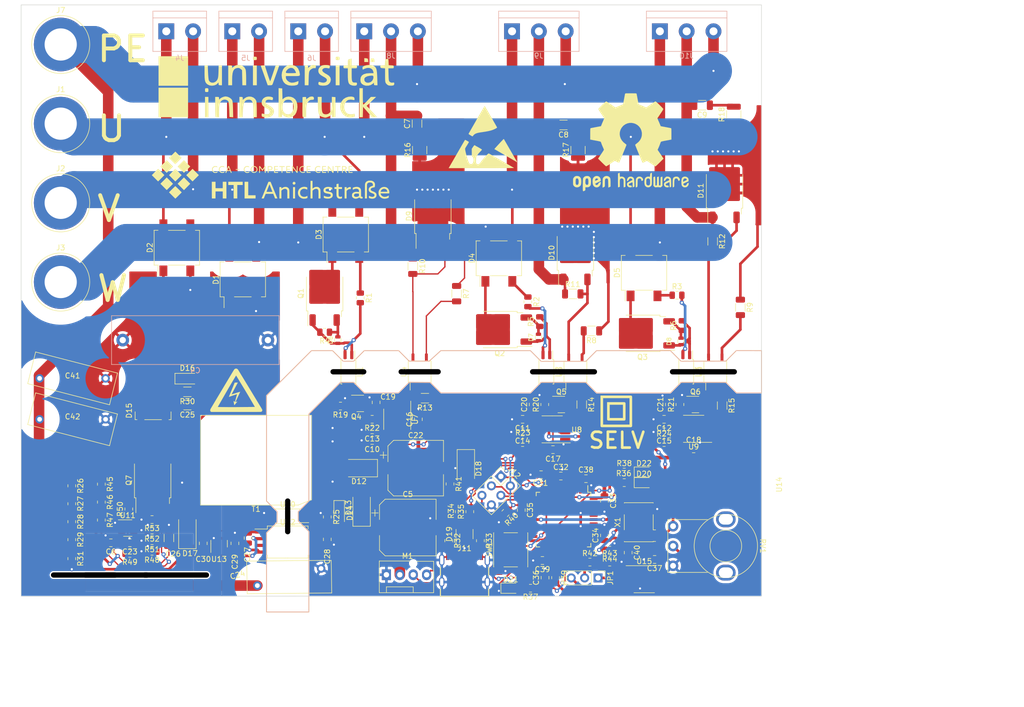
<source format=kicad_pcb>
(kicad_pcb (version 20221018) (generator pcbnew)
  (layers (0 "F.Cu" signal) (31 "B.Cu" signal) (34 "B.Paste" user) (35 "F.Paste" user) (36 "B.SilkS" user "B.Silkscreen") (37 "F.SilkS" user "F.Silkscreen") (38 "B.Mask" user) (39 "F.Mask" user) (44 "Edge.Cuts" user))
  (net 0 "")
  (net 1 "VDC")
  (net 2 "GND1")
  (net 3 "+24V")
  (net 4 "GND")
  (net 5 "Net-(C7-Pad1)")
  (net 6 "Net-(D9-A1)")
  (net 7 "Net-(C8-Pad1)")
  (net 8 "Net-(D10-A1)")
  (net 9 "Net-(C9-Pad1)")
  (net 10 "Net-(D11-A1)")
  (net 11 "/Control/Angle")
  (net 12 "Net-(U7-DIS)")
  (net 13 "Net-(U8-DIS)")
  (net 14 "Net-(U9-DIS)")
  (net 15 "+5V")
  (net 16 "Net-(U11-CS)")
  (net 17 "Earth_Protective")
  (net 18 "Net-(D15-K)")
  (net 19 "/PSU/Vaux")
  (net 20 "Net-(U12-VDDA)")
  (net 21 "VBUS")
  (net 22 "Net-(U14-UCAP)")
  (net 23 "/Control/Optional: MCU control/Vout")
  (net 24 "/W")
  (net 25 "/V")
  (net 26 "/U")
  (net 27 "Net-(D3-+)")
  (net 28 "Net-(D3--)")
  (net 29 "Net-(D4-+)")
  (net 30 "Net-(D4--)")
  (net 31 "Net-(D5-+)")
  (net 32 "Net-(D5--)")
  (net 33 "Net-(D6-A1)")
  (net 34 "Net-(D6-A2)")
  (net 35 "Net-(D7-A1)")
  (net 36 "Net-(D7-A2)")
  (net 37 "Net-(D8-A1)")
  (net 38 "Net-(D8-A2)")
  (net 39 "Net-(D9-G)")
  (net 40 "Net-(D10-G)")
  (net 41 "Net-(D11-G)")
  (net 42 "Net-(D12-A)")
  (net 43 "Net-(D13-A)")
  (net 44 "Net-(D14-A)")
  (net 45 "Net-(D15-A)")
  (net 46 "Net-(D17-A)")
  (net 47 "/Control/Optional: MCU control/USB_D-")
  (net 48 "/Control/Optional: MCU control/USB_D+")
  (net 49 "Net-(D19-L2-Pad4)")
  (net 50 "Net-(D19-L1-Pad6)")
  (net 51 "Net-(D21-A)")
  (net 52 "Net-(J11-CC1)")
  (net 54 "Net-(J11-CC2)")
  (net 56 "/Control/Optional: MCU control/MISO")
  (net 57 "/Control/Optional: MCU control/SCK")
  (net 58 "/Control/Optional: MCU control/MOSI")
  (net 59 "/Control/Optional: MCU control/~{RESET}")
  (net 60 "/Control/Potentiometer_voltage")
  (net 61 "Net-(JP1-C)")
  (net 62 "/Control/MCU_voltage")
  (net 63 "/Control/Optional: MCU control/Arduino IO 10")
  (net 64 "/Control/Optional: MCU control/Arduino IO 11")
  (net 65 "Net-(Q4-B)")
  (net 66 "Net-(Q4-E)")
  (net 67 "Net-(Q5-B)")
  (net 68 "Net-(Q5-E)")
  (net 69 "Net-(Q6-B)")
  (net 70 "Net-(Q6-E)")
  (net 71 "Net-(R1-Pad2)")
  (net 72 "Net-(R2-Pad2)")
  (net 73 "Net-(R3-Pad2)")
  (net 74 "Net-(R7-Pad2)")
  (net 75 "Net-(R8-Pad2)")
  (net 76 "Net-(R9-Pad2)")
  (net 77 "Net-(R13-Pad1)")
  (net 78 "Net-(U7-Q)")
  (net 79 "Net-(R14-Pad1)")
  (net 80 "Net-(U8-Q)")
  (net 81 "Net-(R15-Pad1)")
  (net 82 "Net-(U9-Q)")
  (net 83 "Net-(R26-Pad2)")
  (net 84 "Net-(R27-Pad2)")
  (net 85 "Net-(R28-Pad2)")
  (net 86 "Net-(U12-Vin)")
  (net 87 "Net-(U14-D+)")
  (net 88 "Net-(U14-D-)")
  (net 89 "/Control/Optional: MCU control/RX_indicator")
  (net 90 "/Control/Optional: MCU control/Arduino IO 13 Status")
  (net 91 "/Control/Optional: MCU control/TX_indicator")
  (net 92 "/Control/Optional: MCU control/Arduino IO 9 (16 bit PWM)")
  (net 93 "Net-(U15B-+)")
  (net 97 "Net-(Q7-G)")
  (net 98 "/Control/Optional: MCU control/Arduino Pin A0 ADC")
  (net 101 "/Control/Optional: MCU control/Arduino IO 3")
  (net 102 "/Control/Optional: MCU control/Arduino IO 2")
  (net 103 "/Control/Optional: MCU control/Arduino IO 0")
  (net 104 "/Control/Optional: MCU control/Arduino IO 1")
  (net 106 "/Control/Optional: MCU control/Arduino IO 12")
  (net 107 "/Control/Optional: MCU control/Arduino IO 6")
  (net 118 "Net-(Q7-S)")
  (net 119 "Net-(R45-Pad2)")
  (net 120 "Net-(R46-Pad2)")
  (net 121 "Net-(U11-DRV)")
  (net 122 "/PSU/FB")
  (net 124 "Net-(U14-XTAL1)")
  (net 126 "Net-(D20-K)")
  (net 127 "Net-(D22-K)")
  (footprint "Package_SO:SOIC-8_3.9x4.9mm_P1.27mm" (layer "F.Cu") (at 126.25 96 -90)
    (fp_text reference "U7")
    (fp_text value "LMC555xM")
  )
  (footprint "Package_SO:SOP-4_3.8x4.1mm_P2.54mm" (layer "F.Cu") (at 160 87 90)
    (fp_text reference "U5")
    (fp_text value "VOT8121AM")
  )
  (footprint "Footprints:Cutout_12_7" (layer "F.Cu") (at 73 125.5)
    (fp_text reference "REF**" hide)
    (fp_text value "Cutout_12_7" hide)
  )
  (footprint "Resistor_SMD:R_0805_2012Metric" (layer "F.Cu") (at 156.25 126 -90)
    (fp_text reference "R39")
    (fp_text value "22kΩ")
  )
  (footprint "Capacitor_SMD:C_0805_2012Metric" (layer "F.Cu") (at 121.5 100 180)
    (fp_text reference "C10")
    (fp_text value "10n")
  )
  (footprint "Footprints:629722000214" (layer "F.Cu") (at 139 129.45)
    (fp_text reference "J11")
    (fp_text value "629722000214")
  )
  (footprint "Footprints:Cutout_6_8" (layer "F.Cu") (at 105.5 114.385 90)
    (fp_text reference "REF**" hide)
    (fp_text value "Cutout_6_8" hide)
  )
  (footprint "Capacitor_SMD:C_0805_2012Metric" (layer "F.Cu") (at 98 118.5 -90)
    (fp_text reference "C27")
    (fp_text value "100n")
  )
  (footprint "Capacitor_SMD:C_0805_2012Metric" (layer "F.Cu") (at 113 118.75 -90)
    (fp_text reference "C28")
    (fp_text value "100n")
  )
  (footprint "LED_SMD:LED_0805_2012Metric_Pad1.15x1.40mm_HandSolder" (layer "F.Cu") (at 173 106)
    (fp_text reference "D22")
    (fp_text value "TX")
  )
  (footprint "Resistor_SMD:R_0805_2012Metric" (layer "F.Cu") (at 64.6 112 -90)
    (fp_text reference "R27")
    (fp_text value "330kΩ")
  )
  (footprint "Capacitor_SMD:C_0805_2012Metric" (layer "F.Cu") (at 75.6 119.4 180)
    (fp_text reference "C23")
    (fp_text value "1nF")
  )
  (footprint "Package_SO:SOIC-8_3.9x4.9mm_P1.27mm" (layer "F.Cu") (at 155.6 97.905 180)
    (fp_text reference "U8")
    (fp_text value "LMC555xM")
  )
  (footprint "Diode_SMD:D_SOD-123" (layer "F.Cu") (at 115.25 113.75 -90)
    (fp_text reference "D14")
    (fp_text value "MMSZ4687-TP")
  )
  (footprint "Package_SO:SOIC-8_3.9x4.9mm_P1.27mm" (layer "F.Cu") (at 173.04 126.3)
    (fp_text reference "U15")
    (fp_text value "AD8620")
  )
  (footprint "Capacitor_SMD:CP_Elec_10x12.5" (layer "F.Cu") (at 128.25 116.5)
    (fp_text reference "C5")
    (fp_text value "875075761006")
  )
  (footprint "Package_TO_SOT_SMD:TO-252-2" (layer "F.Cu") (at 188.25 52.71 90)
    (fp_text reference "D11")
    (fp_text value "BT137S-800G")
  )
  (footprint "Diode_SMD:D_SMA" (layer "F.Cu") (at 139.25 105.25 -90)
    (fp_text reference "D18")
    (fp_text value "CDBA260-G")
  )
  (footprint "Package_SO:SOIC-8_3.9x4.9mm_P1.27mm" (layer "F.Cu") (at 182.4 97.8 180)
    (fp_text reference "U9")
    (fp_text value "LMC555xM")
  )
  (footprint "Resistor_SMD:R_0805_2012Metric" (layer "F.Cu") (at 64.6 122.4 -90)
    (fp_text reference "R31")
    (fp_text value "4.7kΩ")
  )
  (footprint "Resistor_SMD:R_0805_2012Metric" (layer "F.Cu") (at 169.25 108)
    (fp_text reference "R36")
    (fp_text value "22kΩ")
  )
  (footprint "Diode_SMD:D_SMA" (layer "F.Cu") (at 119 105.25 180)
    (fp_text reference "D12")
    (fp_text value "CDBA260-G")
  )
  (footprint "Diode_SMD:Diode_Bridge_Diotec_SO-DIL-Slim" (layer "F.Cu") (at 145.5 65.5 90)
    (fp_text reference "D4")
    (fp_text value "DBF1510U")
  )
  (footprint "Package_TO_SOT_SMD:SOT-23" (layer "F.Cu") (at 182.7375 93.2)
    (fp_text reference "Q6")
    (fp_text value "MMBT3906")
  )
  (footprint "Resistor_SMD:R_0805_2012Metric" (layer "F.Cu") (at 166.5 120.8 180)
    (fp_text reference "R44")
    (fp_text value "3kΩ")
  )
  (footprint "Resistor_SMD:R_1206_3216Metric" (layer "F.Cu") (at 186 62.3 -90)
    (fp_text reference "R12")
    (fp_text value "100Ω")
  )
  (footprint "Oscillator:Oscillator_SMD_Abracon_ASV-4Pin_7.0x5.1mm" (layer "F.Cu") (at 172 115.5 90)
    (fp_text reference "X1")
    (fp_text value "831019275")
  )
  (footprint "Resistor_SMD:R_0805_2012Metric" (layer "F.Cu") (at 79.8 119 180)
    (fp_text reference "R51")
    (fp_text value "4.7Ω")
  )
  (footprint "Footprints:Logo_UIBK_bigger" (layer "F.Cu") (at 103.5 33)
    (fp_text reference "G***" hide)
    (fp_text value "LOGO" hide)
  )
  (footprint "Package_SO:SOP-4_3.8x4.1mm_P2.54mm" (layer "F.Cu") (at 186.5 87 90)
    (fp_text reference "U6")
    (fp_text value "VOT8121AM")
  )
  (footprint "Resistor_SMD:R_1206_3216Metric" (layer "F.Cu") (at 159.5 72.25)
    (fp_text reference "R11")
    (fp_text value "100Ω")
  )
  (footprint "Footprints:Cutout_8_0" (layer "F.Cu") (at 130.5 87)
    (fp_text reference "REF**" hide)
    (fp_text value "Cutout_8_0" hide)
  )
  (footprint "Package_TO_SOT_SMD:SOT-23-6" (layer "F.Cu") (at 75.2 116.6)
    (fp_text reference "U11")
    (fp_text value "UCC287506")
  )
  (footprint "Package_TO_SOT_SMD:SOT-23-6_Handsoldering" (layer "F.Cu") (at 139 117.75 90)
    (fp_text reference "D19")
    (fp_text value "82400102")
  )
  (footprint "Package_SO:SOIC-8_7.5x5.85mm_P1.27mm" (layer "F.Cu") (at 105.5 119.25)
    (fp_text reference "U12")
    (fp_text value "SI8932D-IS4")
  )
  (footprint "Footprints:WKP330#CP###KR" (layer "F.Cu") (at 105.787036 125.882381 15)
    (fp_text reference "C24")
    (fp_text value "WKP330#CP###KR")
  )
  (footprint "Capacitor_SMD:C_1206_3216Metric" (layer "F.Cu") (at 157.75 40.25 180)
    (fp_text reference "C8")
    (fp_text value "885342208020")
  )
  (footprint "Resistor_SMD:R_0805_2012Metric" (layer "F.Cu") (at 176.8 100.4)
    (fp_text reference "R24")
    (fp_text value "100kΩ")
  )
  (footprint "Resistor_SMD:R_0805_2012Metric" (layer "F.Cu") (at 150 100.4)
    (fp_text reference "R23")
    (fp_text value "100kΩ")
  )
  (footprint "Footprints:Cutout_12_7" (layer "F.Cu") (at 67 125.5)
    (fp_text reference "REF**" hide)
    (fp_text value "Cutout_12_7" hide)
  )
  (footprint "Package_TO_SOT_SMD:TO-252-2" (layer "F.Cu") (at 79.92 107.56 90)
    (fp_text reference "Q7")
    (fp_text value "MSC750SMA170S")
  )
  (footprint "Resistor_SMD:R_0805_2012Metric" (layer "F.Cu") (at 151.5 128 180)
    (fp_text reference "R37")
    (fp_text value "22kΩ")
  )
  (footprint "Resistor_SMD:R_0805_2012Metric" (layer "F.Cu") (at 70.2 108.2875 -90)
    (fp_text reference "R45")
    (fp_text value "330kΩ")
  )
  (footprint "Footprints:Cutout_6_8" (layer "F.Cu") (at 117 87)
    (fp_text reference "REF**" hide)
    (fp_text value "Cutout_6_8" hide)
  )
  (footprint "Capacitor_SMD:C_0805_2012Metric" (layer "F.Cu") (at 150 96 180)
    (fp_text reference "C11")
    (fp_text value "10n")
  )
  (footprint "Diode_SMD:Diode_Bridge_Diotec_SO-DIL-Slim" (layer "F.Cu") (at 173 68.25 90)
    (fp_text reference "D5")
    (fp_text value "DBF1510U")
  )
  (footprint "Capacitor_SMD:C_1206_3216Metric" (layer "F.Cu") (at 86.5 93.3 180)
    (fp_text reference "C25")
    (fp_text value "885342208020")
  )
  (footprint "Resistor_SMD:R_0805_2012Metric" (layer "F.Cu") (at 75.4 113 90)
    (fp_text reference "R50")
    (fp_text value "3.3Ω")
  )
  (footprint "LED_SMD:LED_0805_2012Metric_Pad1.15x1.40mm_HandSolder" (layer "F.Cu") (at 147.75 128)
    (fp_text reference "D21")
    (fp_text value "uC Status")
  )
  (footprint "Capacitor_SMD:C_0805_2012Metric" (layer "F.Cu") (at 153.75 122.75 180)
    (fp_text reference "C39")
    (fp_text value "100n")
  )
  (footprint "Footprints:WKP330#CP###KR" (layer "F.Cu") (at 64.75 88.25)
    (fp_text reference "C41")
    (fp_text value "WKP330#CP###KR")
  )
  (footprint "Resistor_SMD:R_0805_2012Metric" (layer "F.Cu") (at 146.75 113.75 -135)
    (fp_text reference "R40")
    (fp_text value "22kΩ")
  )
  (footprint "Resistor_SMD:R_0805_2012Metric" (layer "F.Cu") (at 136.25 108.25 -90)
    (fp_text reference "R41")
    (fp_text value "22kΩ")
  )
  (footprint "Connector:Banana_Jack_1Pin" (layer "F.Cu") (at 62.5 40)
    (fp_text reference "J1")
    (fp_text value "L1")
  )
  (footprint "Resistor_SMD:R_0805_2012Metric" (layer "F.Cu") (at 179.8 93.2 90)
    (fp_text reference "R21")
    (fp_text value "1kΩ")
  )
  (footprint "Footprints:WKP330#CP###KR" (layer "F.Cu") (at 64.75 96)
    (fp_text reference "C42")
    (fp_text value "WKP330#CP###KR")
  )
  (footprint "Capacitor_SMD:C_0805_2012Metric" (layer "F.Cu") (at 122.25 92.8 90)
    (fp_text reference "C19")
    (fp_text value "100n")
  )
  (footprint "Resistor_SMD:R_0805_2012Metric" (layer "F.Cu") (at 151 73.75 -90)
    (fp_text reference "R2")
    (fp_text value "1kΩ")
  )
  (footprint "Resistor_SMD:R_1206_3216Metric" (layer "F.Cu") (at 191.25 74.8 -90)
    (fp_text reference "R9")
    (fp_text value "56Ω")
  )
  (footprint "Package_TO_SOT_SMD:SOT-23" (layer "F.Cu") (at 92.5 119.5625 90)
    (fp_text reference "U13")
    (fp_text value "AP7381-33SA-7")
  )
  (footprint "Connector:Banana_Jack_1Pin" (layer "F.Cu") (at 62.5 55)
    (fp_text reference "J2")
    (fp_text value "L2")
  )
  (footprint "Capacitor_SMD:C_0805_2012Metric" (layer "F.Cu") (at 165.5 111.45 -90)
    (fp_text reference "C33")
    (fp_text value "100n")
  )
  (footprint "Capacitor_SMD:C_1206_3216Metric" (layer "F.Cu") (at 83 118.5 90)
    (fp_text reference "C26")
    (fp_text value "885012214005")
  )
  (footprint "Capacitor_SMD:C_0805_2012Metric" (layer "F.Cu") (at 121.5 98 180)
    (fp_text reference "C13")
    (fp_text value "100n")
  )
  (footprint "Package_TO_SOT_SMD:TO-252-2_TabPin1" (layer "F.Cu") (at 80 93 90)
    (fp_text reference "D15")
    (fp_text value "E4D02120E")
  )
  (footprint "Capacitor_SMD:C_0805_2012Metric" (layer "F.Cu") (at 153.5 106.5 180)
    (fp_text reference "C31")
    (fp_text value "100n")
  )
  (footprint "Capacitor_SMD:C_0805_2012Metric" (layer "F.Cu") (at 170 121.25 -90)
    (fp_text reference "C40")
    (fp_text value "100n")
  )
  (footprint "Package_TO_SOT_SMD:TO-252-2" (layer "F.Cu") (at 160 64.46 90)
    (fp_text reference "D10")
    (fp_text value "BT137S-800G")
  )
  (footprint "Package_QFP:TQFP-44_10x10mm_P0.8mm" (layer "F.Cu") (at 157.75 115 -90)
    (fp_text reference "U14")
    (fp_text value "ATmega32U4-A")
  )
  (footprint "Package_SO:SOP-4_4.4x2.6mm_P1.27mm" (layer "F.Cu") (at 181 87 -90)
    (fp_text reference "U3")
    (fp_text value "FODM217D")
  )
  (footprint "Button_Switch_SMD:SW_Push_1P1T_NO_6x6mm_H9.5mm" (layer "F.Cu") (at 147.75 120.725 90)
    (fp_text reference "SW1")
    (fp_text value "SW_Push")
  )
  (footprint "Resistor_SMD:R_1210_3225Metric" (layer "F.Cu") (at 190 38.25 90)
    (fp_text reference "R18")
    (fp_text value "47Ω")
  )
  (footprint "Capacitor_SMD:C_0805_2012Metric" (layer "F.Cu") (at 154.25 126 90)
    (fp_text reference "C36")
    (fp_text value "1µF")
  )
  (footprint "Diode_SMD:Diode_Bridge_Diotec_SO-DIL-Slim" (layer "F.Cu") (at 116.5 61 90)
    (fp_text reference "D3")
    (fp_text value "DBF1510U")
  )
  (footprint "Resistor_SMD:R_0805_2012Metric" (layer "F.Cu") (at 180.25 78.25 90)
    (fp_text reference "R6")
    (fp_text value "22kΩ")
  )
  (footprint "Capacitor_SMD:C_0805_2012Metric" (layer "F.Cu") (at 157.25 106.75)
    (fp_text reference "C32")
    (fp_text value "1µF")
  )
  (footprint "Diode_SMD:D_SMA" (layer "F.Cu") (at 86.5 117 90)
    (fp_text reference "D17")
    (fp_text value "CDBA260-G")
  )
  (footprint "Resistor_SMD:R_1206_3216Metric" (layer "F.Cu") (at 129.2 67 -90)
    (fp_text reference "R10")
    (fp_text value "100Ω")
  )
  (footprint "Resistor_SMD:R_0805_2012Metric" (layer "F.Cu") (at 138 113.5 90)
    (fp_text reference "R34")
    (fp_text value "22Ω")
  )
  (footprint "Resistor_SMD:R_0805_2012Metric" (layer "F.Cu") (at 179.25 72.5)
    (fp_text reference "R3")
    (fp_text value "1kΩ")
  )
  (footprint "Diode_SMD:Diode_Bridge_Diotec_SO-DIL-Slim" (layer "F.Cu") (at 84.5 63.5 90)
    (fp_text reference "D2")
    (fp_text value "DBF1510U")
  )
  (footprint "Capacitor_SMD:C_0805_2012Metric" (layer "F.Cu") (at 150 98.4 180)
    (fp_text reference "C14")
    (fp_text value "100n")
  )
  (footprint "Connector:Banana_Jack_1Pin" (layer "F.Cu") (at 62.5 25)
    (fp_text reference "J7")
    (fp_text value "PE")
  )
  (footprint "Resistor_SMD:R_0805_2012Metric" (layer "F.Cu") (at 169.25 106)
    (fp_text reference "R38")
    (fp_text value "22kΩ")
  )
  (footprint "Capacitor_SMD:C_0805_2012Metric" (layer "F.Cu") (at 149.75 113.2 -90)
    (fp_text reference "C35")
    (fp_text value "100n")
  )
  (footprint "Package_TO_SOT_SMD:TO-252-2" (layer "F.Cu") (at 145.66 79 180)
    (fp_text reference "Q2")
    (fp_text value "DN2470")
  )
  (footprint "Diode_SMD:D_SMA" (layer "F.Cu") (at 119.5 112.75 90)
    (fp_text reference "D13")
    (fp_text value "CDBA260-G")
  )
  (footprint "Connector:Banana_Jack_1Pin" (layer "F.Cu") (at 62.5 70)
    (fp_text reference "J3")
    (fp_text value "L3")
  )
  (footprint "Resistor_SMD:R_1206_3216Metric" (layer "F.Cu") (at 161.2 93.2 -90)
    (fp_text reference "R14")
    (fp_text value "100Ω")
  )
  (footprint "Package_SO:SOP-4_3.8x4.1mm_P2.54mm" (layer "F.Cu") (at 130.5 87 90)
    (fp_text reference "U4")
    (fp_text value "VOT8121AM")
  )
  (footprint "Capacitor_SMD:C_0805_2012Metric" (layer "F.Cu") (at 155.75 101.75)
    (fp_text reference "C17")
    (fp_text value "100n")
  )
  (footprint "Resistor_SMD:R_0805_2012Metric" (layer "F.Cu") (at 79.8 115 180)
    (fp_text reference "R53")
    (fp_text value "4.7Ω")
  )
  (footprint "Package_SO:SOP-4_4.4x2.6mm_P1.27mm" (layer "F.Cu") (at 105.5 114.385 180)
    (fp_text reference "U10")
    (fp_text value "FODM217D")
  )
  (footprint "Capacitor_SMD:C_0805_2012Metric" (layer "F.Cu") (at 89.5 119.5 90)
    (fp_text reference "C30")
    (fp_text value "1µF")
  )
  (footprint "Capacitor_SMD:C_0805_2012Metric" (layer "F.Cu") (at 177.8 93.2 90)
    (fp_text reference "C21")
    (fp_text value "100n")
  )
  (footprint "Capacitor_SMD:C_0805_2012Metric" (layer "F.Cu") (at 176.8 98.4 180)
    (fp_text reference "C15")
    (fp_text value "100n")
  )
  (footprint "Resistor_SMD:R_0805_2012Metric" (layer "F.Cu") (at 79.8 121 180)
    (fp_text reference "R48")
    (fp_text value "4.7Ω")
  )
  (footprint "Resistor_SMD:R_0805_2012Metric" (layer "F.Cu") (at 70.2 111.6875 -90)
    (fp_text reference "R46")
    (fp_text value "330kΩ")
  )
  (footprint "Package_TO_SOT_SMD:SOT-23" (layer "F.Cu") (at 157.3375 93.2)
    (fp_text reference "Q5")
    (fp_text value "MMBT3906")
  )
  (footprint "ctm:high_voltage_10x8" (layer "F.Cu") (at 95.75 90.5)
    (fp_text reference "G***" hide)
    (fp_text value "LOGO" hide)
  )
  (footprint "Capacitor_SMD:C_1206_3216Metric" (layer "F.Cu") (at 184 36.5 180)
    (fp_text reference "C9")
    (fp_text value "885342208020")
  )
  (footprint "Package_TO_SOT_SMD:SOT-23" (layer "F.Cu") (at 119.25 93)
    (fp_text reference "Q4")
    (fp_text value "MMBT3906")
  )
  (footprint "Resistor_SMD:R_0805_2012Metric" (layer "F.Cu") (at 166.5 123.05)
    (fp_text reference "R43")
    (fp_text value "2.7kΩ")
  )
  (footprint "Capacitor_SMD:C_0805_2012Metric" (layer "F.Cu") (at 152 93.2 90)
    (fp_text reference "C20")
    (fp_text value "100n")
  )
  (footprint "Footprints:logo_HTL_HUGE" (layer "F.Cu") (at 102.25 49.75)
    (fp_text reference "G***" hide)
    (fp_text value "LOGO" hide)
  )
  (footprint "Diode_SMD:D_SMF" (layer "F.Cu") (at 86.5 88.3)
    (fp_text reference "D16")
    (fp_text value "BZD27C200P-M3-08")
  )
  (footprint "Resistor_SMD:R_0805_2012Metric" (layer "F.Cu") (at 64.6 115.4 -90)
    (fp_text reference "R28")
    (fp_text value "330kΩ")
  )
  (footprint "LED_SMD:LED_0805_2012Metric_Pad1.15x1.40mm_HandSolder" (layer "F.Cu") (at 173 108)
    (fp_text reference "D20")
    (fp_text value "RX")
  )
  (footprint "Resistor_SMD:R_0805_2012Metric" (layer "F.Cu") (at 113 114.5 90)
    (fp_text reference "R25")
    (fp_text value "1kΩ")
  )
  (footprint "Connector_PinHeader_2.54mm:PinHeader_2x03_P2.54mm_Vertical" (layer "F.Cu") (at 145.883884 106.812994 -45)
    (fp_text reference "J12")
    (fp_text value "AVR-ISP-6")
  )
  (footprint "Resistor_SMD:R_1210_3225Metric" (layer "F.Cu") (at 160.5 45 90)
    (fp_text reference "R17")
    (fp_text value "47Ω")
  )
  (footprint "Footprints:760871543" (layer "F.Cu") (at 99.5 103.75 180)
    (fp_text reference "T1")
    (fp_text value "760871543")
  )
  (footprint "Package_SO:SOP-4_4.4x2.6mm_P1.27mm" (layer "F.Cu") (at 154.5 87 -90)
    (fp_text reference "U2")
    (fp_text value "FODM217D")
  )
  (footprint "Resistor_SMD:R_1206_3216Metric" (layer "F.Cu") (at 86.5 90.8 180)
    (fp_text reference "R30")
    (fp_text value "1kΩ")
  )
  (footprint "Capacitor_SMD:C_0805_2012Metric" (layer "F.Cu") (at 130.25 96 90)
    (fp_text reference "C16")
    (fp_text value "100n")
  )
  (footprint "Package_TO_SOT_SMD:TO-252-2" (layer "F.Cu") (at 112.5 72.16 90)
    (fp_text reference "Q1")
    (fp_text value "DN2470")
  )
  (footprint "Package_SO:SOP-4_4.4x2.6mm_P1.27mm" (layer "F.Cu") (at 117 87 -90)
    (fp_text reference "U1")
    (fp_text value "FODM217D")
  )
  (footprint "Capacitor_SMD:C_0805_2012Metric" (layer "F.Cu") (at 175 122.55 180)
    (fp_text reference "C37")
    (fp_text value "100n")
  )
  (footprint "Footprints:Cutout_12_7" (layer "F.Cu") (at 184.25 87)
    (fp_text reference "REF**" hide)
    (fp_text value "Cutout_12_7" hide)
  )
  (footprint "Resistor_SMD:R_1206_3216Metric" (layer "F.Cu") (at 137.5 72.2 -90)
    (fp_text reference "R7")
    (fp_text value "56Ω")
  )
  (footprint "Footprints:TVS" (layer "F.Cu") (at 180 81.25 90)
    (fp_text reference "D8")
    (fp_text value "824032815")
  )
  (footprint "Capacitor_SMD:C_0805_2012Metric" (layer "F.Cu") (at 176.8 96 180)
    (fp_text reference "C12")
    (fp_text value "10n")
  )
  (footprint "Resistor_SMD:R_0805_2012Metric" (layer "F.Cu") (at 64.6 108.6 -90)
    (fp_text reference "R26")
    (fp_text value "330kΩ")
  )
  (footprint "Package_TO_SOT_SMD:TO-252-2" (layer "F.Cu") (at 172.71 79.72 180)
    (fp_text reference "Q3")
    (fp_text value "DN2470")
  )
  (footprint "Resistor_SMD:R_0805_2012Metric" (layer "F.Cu") (at 153.25 77.5 90)
    (fp_text reference "R5")
    (fp_text value "22kΩ")
  )
  (footprint "Resistor_SMD:R_0805_2012Metric" (layer "F.Cu") (at 162.75 123.05)
    (fp_text reference "R42")
    (fp_text value "4.7kΩ")
  )
  (footprint "Capacitor_SMD:C_1206_3216Metric" (layer "F.Cu") (at 130 40 90)
    (fp_text reference "C7")
    (fp_text value "885342208020")
  )
  (footprint "Resistor_SMD:R_0805_2012Metric" (layer "F.Cu") (at 115.5 93.5 180)
    (fp_text reference "R19")
    (fp_text value "1kΩ")
  )
  (footprint "Resistor_SMD:R_1206_3216Metric" (layer "F.Cu") (at 131.5 92 180)
    (fp_text reference "R13")
    (fp_text value "100Ω")
  )
  (footprint "Resistor_SMD:R_0805_2012Metric_Pad1.20x1.40mm_HandSolder" (layer "F.Cu") (at 142 119 -90)
    (fp_text reference "R33")
    (fp_text value "5.1k")
  )
  (footprint "Resistor_SMD:R_0805_2012Metric" (layer "F.Cu") (at 70.2 115.0875 -90)
    (fp_text reference "R47")
    (fp_text value "330kΩ")
  )
  (footprint "Capacitor_SMD:CP_Elec_10x7.9" (layer "F.Cu") (at 129.75 105.25)
    (fp_text reference "C22")
    (fp_text value "875115460007")
  )
  (footprint "Resistor_SMD:R_0805_2012Metric" (layer "F.Cu") (at 79.8 117 180)
    (fp_text reference "R52")
    (fp_text value "4.7Ω")
  )
  (footprint "Capacitor_SMD:C_0805_2012Metric" (layer "F.Cu") (at 162 107.25)
    (fp_text reference "C38")
    (fp_text value "100n")
  )
  (footprint "Footprints:Cutout_12_7" (layer "F.Cu") (at 157.75 87)
    (fp_text reference "REF**" hide)
    (fp_text value "Cutout_12_7" hide)
  )
  (footprint "Footprints:Cutout_12_7" (layer "F.Cu") (at 84.25 125.5)
    (fp_text reference "REF**" hide)
    (fp_text value "Cutout_12_7" hide)
  )
  (footprint "Resistor_SMD:R_0805_2012Metric_Pad1.20x1.40mm_HandSolder" (layer "F.Cu") (at 136 119 -90)
    (fp_text reference "R32")
    (fp_text value "5.1k")
  )
  (footprint "Resistor_SMD:R_0805_2012Metric" (layer "F.Cu") (at 121.5 96 180)
    (fp_text reference "R22")
    (fp_text value "100kΩ")
  )
  (footprint "Resistor_SMD:R_0805_2012Metric" (layer "F.Cu") (at 154.2 93.2 90)
    (fp_text reference "R20")
    (fp_text value "1kΩ")
  )
  (footprint "Connector_PinHeader_2.54mm:PinHeader_1x03_P2.54mm_Vertical" (layer "F.Cu") (at 164.29 126.05 -90)
    (fp_text reference "JP1")
    (fp_text value "Jumper_3_Bridged12")
  )
  (footprint "Capacitor_SMD:C_0805_2012Metric" (layer "F.Cu") (at 165.5 118 90)
    (fp_text reference "C34")
    (fp_text value "100n")
  )
  (footprint "Resistor_SMD:R_0805_2012Metric" (layer "F.Cu") (at 75.6 121.4 180)
    (fp_text reference "R49")
    (fp_text value "100Ω")
  )
  (footprint "Footprints:TVS" (layer "F.Cu") (at 115 81 90)
    (fp_text reference "D6")
    (fp_text value "824032815")
  )
  (footprint "Footprints:Bourns PDB12" (layer "F.Cu") (at 178.5 120 -90)
    (fp_text reference "RV1")
    (fp_text value "PDB12-F4251-503BF")
  )
  (footprint "Resistor_SMD:R_0805_2012Metric" (layer "F.Cu") (at 64.6 118.8 -90)
    (fp_text reference "R29")
    (fp_text value "330kΩ")
  )
  (footprint "Capacitor_SMD:C_0805_2012Metric" (layer "F.Cu") (at 182.4 101.6)
    (fp_text reference "C18")
    (fp_text value "100n")
  )
  (footprint "Resistor_SMD:R_1206_3216Metric" (layer "F.Cu") (at 163.0375 79.25 180)
    (fp_text reference "R8")
    (fp_text value "56Ω")
  )
  (footprint "Symbol:ESD-Logo_13.2x12mm_SilkScreen" (layer "F.Cu") (at 142.5 42.5)
    (fp_text reference "REF**" hide)
    (fp_text value "ESD-Logo_13.2x12mm_SilkScreen" hide)
  )
  (footprint "Resistor_SMD:R_1210_3225Metric" (layer "F.Cu") (at 130.5 45 90)
    (fp_text reference "R16")
    (fp_text value "47Ω")
  )
  (footprint "Resistor_SMD:R_0805_2012Metric" (layer "F.Cu") (at 112.5 79.5 180)
    (fp_text reference "R4")
    (fp_text value "22kΩ")
  )
  (footprint "Footprints:TVS" (layer "F.Cu") (at 153 80.5 90)
    (fp_text reference "D7")
    (fp_text value "824032815")
  )
  (footprint "Diode_SMD:Diode_Bridge_Diotec_SO-DIL-Slim" (layer "F.Cu") (at 97 69.5 90)
    (fp_text reference "D1")
    (fp_text value "DBF1510U")
  )
  (footprint "Resistor_SMD:R_0805_2012Metric" (layer "F.Cu") (at 119.25 73 -90)
    (fp_text reference "R1")
    (fp_text value "1kΩ")
  )
  (footprint "Connector:FanPinHeader_1x04_P2.54mm_Vertical" (layer "F.Cu") (at 124.2 125.45)
    (fp_text reference "M1")
    (fp_text value "Fan_4pin")
  )
  (footprint "Package_TO_SOT_SMD:TO-252-2" (layer "F.Cu") (at 133 57.5 90)
    (fp_text reference "D9")
    (fp_text value "BT137S-800G")
  )
  (footprint "Resistor_SMD:R_0805_2012Metric" (layer "F.Cu") (at 140 113.5 90)
    (fp_text reference "R35")
    (fp_text value "22Ω")
  )
  (footprint "Resistor_SMD:R_1206_3216Metric" (layer "F.Cu") (at 187.8 93.4 -90)
    (fp_text reference "R15")
    (fp_text value "100Ω")
  )
  (footprint "Capacitor_SMD:C_0805_2012Metric" (layer "F.Cu") (at 72 119.4 180)
    (fp_text reference "C6")
    (fp_text value "1µF")
  )
  (footprint "Symbol:OSHW-Logo2_24.3x20mm_SilkScreen" (layer "F.Cu") (at 170.5 43.5)
    (fp_text reference "REF**" hide)
    (fp_text value "OSHW-Logo2_24.3x20mm_SilkScreen" hide)
  )
  (footprint "Capacitor_SMD:C_0805_2012Metric" (layer "F.Cu") (at 95.5 119.5 90)
    (fp_text reference "C29")
    (fp_text value "2.2µF")
  )
  (footprint "TerminalBlock:TerminalBlock_bornier-3_P5.08mm" (layer "B.Cu") (at 176 22.5)
    (fp_text reference "J10")
    (fp_text value "Inductor")
  )
  (footprint "TerminalBlock:TerminalBlock_bornier-2_P5.08mm" (layer "B.Cu") (at 95 22.5)
    (fp_text reference "J5")
    (fp_text value "C23")
  )
  (footprint "TerminalBlock:TerminalBlock_bornier-3_P5.08mm" (layer "B.Cu") (at 148 22.5)
    (fp_text reference "J9")
    (fp_text value "Inductor")
  )
  (footprint "Capacitor_THT:C_Rect_L31.5mm_W9.0mm_P27.50mm_MKS4" (layer "B.Cu") (at 74.25 81)
    (fp_text reference "C4")
    (fp_text value "890724427001CS")
  )
  (footprint "TerminalBlock:TerminalBlock_bornier-2_P5.08mm" (layer "B.Cu") (at 82.5 22.5)
    (fp_text reference "J4")
    (fp_text value "C12")
  )
  (footprint "TerminalBlock:TerminalBlock_bornier-3_P5.08mm" (layer "B.Cu") (at 120 22.5)
    (fp_text reference "J8")
    (fp_text value "Inductor")
  )
  (footprint "TerminalBlock:TerminalBlock_bornier-2_P5.08mm" (layer "B.Cu") (at 107.5 22.5)
    (fp_text reference "J6")
    (fp_text value "C31")
  )
  (gr_poly (pts (xy 101.5 132.5) (xy 101.5 117.5) (xy 103.5 115.5) (xy 103.5 113.5) (xy 101.5 111.5) (xy 101.5 91.5) (xy 110 83) (xy 114 83) (xy 116 85) (xy 118 85) (xy 120 83) (xy 126.5275 83) (xy 128.5175 84.99) (xy 132.305 84.99) (xy 134.5 83) (xy 151.4825 83) (xy 153.5 85.0175) (xy 161.9825 85.0175) (xy 164 83) (xy 178 83) (xy 180 85) (xy 188.4825 84.99) (xy 190.4825 82.99) (xy 195.25 83) (xy 195.25 91) (xy 190.5 91) (xy 188.5 89) (xy 180.0175 89) (xy 178 91.0175) (xy 164 91.0175) (xy 161.9825 89) (xy 153.5 89) (xy 151.5 91) (xy 134.5 91) (xy 132.4825 89.01) (xy 128.5175 88.9825) (xy 126.5 91) (xy 120 91) (xy 118 89) (xy 115.5 89) (xy 109.5 95) (xy 109.5 111.5) (xy 107.5 113.5) (xy 107.5 115.25) (xy 109.5 117.25) (xy 109.5 132.5)) (stroke (width 0.15)) (fill none) (layer "B.SilkS"))
  (gr_rect (start 166.25 93) (end 169.25 96) (stroke (width 0.5)) (fill none) (layer "F.SilkS"))
  (gr_poly (pts (xy 101.5 132.5) (xy 101.5 117.5) (xy 103.5 115.5) (xy 103.5 113.5) (xy 101.5 111.5) (xy 101.5 91.5) (xy 110 83) (xy 114 83) (xy 116 85) (xy 118 85) (xy 120 83) (xy 126.5275 83) (xy 128.5175 84.99) (xy 132.305 84.99) (xy 134.5 83) (xy 151.4825 83) (xy 153.5 85.0175) (xy 161.9825 85.0175) (xy 164 83) (xy 178 83) (xy 180 85) (xy 188.4825 84.99) (xy 190.4825 82.99) (xy 195.25 83) (xy 195.25 91) (xy 190.5 91) (xy 188.5 89) (xy 180.0175 89) (xy 178 91.0175) (xy 164 91.0175) (xy 161.9825 89) (xy 153.5 89) (xy 151.5 91) (xy 134.5 91) (xy 132.4825 89.01) (xy 128.5175 88.9825) (xy 126.5 91) (xy 120 91) (xy 118 89) (xy 115.5 89) (xy 109.5 95) (xy 109.5 111.5) (xy 107.5 113.5) (xy 107.5 115.25) (xy 109.5 117.25) (xy 109.5 132.5)) (stroke (width 0.15)) (fill none) (layer "F.SilkS"))
  (gr_rect (start 165 91.75) (end 170.5 97.25) (stroke (width 0.5)) (fill none) (layer "F.SilkS"))
  (gr_rect (start 55 17.5) (end 195.25 129.5) (stroke (width 0.1)) (fill none) (layer "Edge.Cuts"))
  (gr_text "SELV" (at 162.25 101.75) (layer "F.SilkS") (effects (font (size 3 3) (thickness 0.5) bold) (justify left bottom)))
  (gr_text "PE\n\nU\n\nV\n\nW" (at 69 74) (layer "F.SilkS") (effects (font (size 4.7 5) (thickness 0.75)) (justify left bottom)))
  (segment (start 89.8 90.8) (end 90 91) (width 0.5) (layer "F.Cu") (net 1))
  (segment (start 90 88.5) (end 90 91.5) (width 0.5) (layer "F.Cu") (net 1))
  (segment (start 87.9625 90.8) (end 89.8 90.8) (width 0.5) (layer "F.Cu") (net 1))
  (segment (start 90 94.885) (end 90 93.5) (width 0.5) (layer "F.Cu") (net 1))
  (segment (start 87.235 97.65) (end 90 94.885) (width 0.5) (layer "F.Cu") (net 1))
  (segment (start 89.8 93.3) (end 90 93.5) (width 0.5) (layer "F.Cu") (net 1))
  (segment (start 89.8 88.3) (end 90 88.5) (width 0.5) (layer "F.Cu") (net 1))
  (segment (start 90 91) (end 90 91.5) (width 0.5) (layer "F.Cu") (net 1))
  (segment (start 64.6 101.6) (end 64.6 107.6875) (width 0.5) (layer "F.Cu") (net 1))
  (segment (start 90 91.5) (end 90 93.5) (width 0.5) (layer "F.Cu") (net 1))
  (segment (start 87.975 93.3) (end 89.8 93.3) (width 0.5) (layer "F.Cu") (net 1))
  (segment (start 70.2 107.375) (end 70.2 102.8) (width 0.5) (layer "F.Cu") (net 1))
  (segment (start 87.95 88.3) (end 89.8 88.3) (width 0.5) (layer "F.Cu") (net 1))
  (segment (start 98 120.5) (end 98 119.45) (width 0.5) (layer "F.Cu") (net 2))
  (segment (start 87.05 71.5) (end 87.05 67.87) (width 0.5) (layer "F.Cu") (net 2))
  (segment (start 79 116) (end 78.8875 116.1125) (width 0.25) (layer "F.Cu") (net 2))
  (segment (start 78.8875 115) (end 78.8875 115.8875) (width 0.25) (layer "F.Cu") (net 2))
  (segment (start 78.8875 118.1125) (end 78.8875 119.8875) (width 0.25) (layer "F.Cu") (net 2))
  (segment (start 95.5 117.5) (end 95.5 118.55) (width 0.5) (layer "F.Cu") (net 2))
  (segment (start 92.425 118.55) (end 92.5 118.625) (width 0.5) (layer "F.Cu") (net 2))
  (segment (start 78.8875 117.8875) (end 79 118) (width 0.25) (layer "F.Cu") (net 2))
  (segment (start 98.25 120.75) (end 99.77 120.75) (width 0.5) (layer "F.Cu") (net 2))
  (segment (start 72.85 115.65) (end 72.8 115.6) (width 0.25) (layer "F.Cu") (net 2))
  (segment (start 74.0625 115.65) (end 72.85 115.65) (width 0.25) (layer "F.Cu") (net 2))
  (segment (start 99.55 75.45) (end 99.5 75.5) (width 0.5) (layer "F.Cu") (net 2))
  (segment (start 99.77 120.75) (end 100.175 121.155) (width 0.5) (layer "F.Cu") (net 2))
  (segment (start 87.235 107.81) (end 85.69 107.81) (width 0.5) (layer "F.Cu") (net 2))
  (segment (start 99.5 75.5) (end 99.55 75.55) (width 0.5) (layer "F.Cu") (net 2))
  (segment (start 78.8875 119.8875) (end 79 120) (width 0.25) (layer "F.Cu") (net 2))
  (segment (start 89.5 118.55) (end 92.425 118.55) (width 0.5) (layer "F.Cu") (net 2))
  (segment (start 74.65 119.4375) (end 74.6875 119.4) (width 0.25) (layer "F.Cu") (net 2))
  (segment (start 78.8875 119) (end 77.8 119) (width 0.25) (layer "F.Cu") (net 2))
  (segment (start 78.8875 115.8875) (end 79 116) (width 0.25) (layer "F.Cu") (net 2))
  (segment (start 101.02625 113.75) (end 102.47375 113.75) (width 0.5) (layer "F.Cu") (net 2))
  (segment (start 79 120) (end 78.8875 120.1125) (width 0.25) (layer "F.Cu") (net 2))
  (segment (start 78.8875 117) (end 77.8 117) (width 0.25) (layer "F.Cu") (net 2))
  (segment (start 75.525 118.525) (end 74.65 119.4) (width 0.25) (layer "F.Cu") (net 2))
  (segment (start 78.8875 121) (end 77.8 121) (width 0.25) (layer "F.Cu") (net 2))
  (segment (start 78.8875 120.1125) (end 78.8875 121) (width 0.25) (layer "F.Cu") (net 2))
  (segment (start 78.8875 115) (end 77.8 115) (width 0.25) (layer "F.Cu") (net 2))
  (segment (start 78.8875 116.1125) (end 78.8875 117.8875) (width 0.25) (layer "F.Cu") (net 2))
  (segment (start 74.6875 119.2) (end 74.6875 119.4) (width 0.25) (layer "F.Cu") (net 2))
  (segment (start 99.55 73.87) (end 99.55 75.45) (width 0.5) (layer "F.Cu") (net 2))
  (segment (start 95.5 118.55) (end 89.5 118.55) (width 0.5) (layer "F.Cu") (net 2))
  (segment (start 79 118) (end 78.8875 118.1125) (width 0.25) (layer "F.Cu") (net 2))
  (segment (start 85.69 107.81) (end 85.5 108) (width 0.5) (layer "F.Cu") (net 2))
  (segment (start 71.05 119.4) (end 71.05 118.05) (width 0.25) (layer "F.Cu") (net 2))
  (segment (start 64.6 123.3125) (end 64.6 124.4) (width 0.5) (layer "F.Cu") (net 2))
  (segment (start 83 116) (end 83 117.025) (width 0.5) (layer "F.Cu") (net 2))
  (segment (start 71.05 118.05) (end 71 118) (width 0.25) (layer "F.Cu") (net 2))
  (segment (start 98.25 120.75) (end 98 120.5) (width 0.5) (layer "F.Cu") (net 2))
  (via (at 79 120) (size 0.8) (drill 0.4) (layers "F.Cu" "B.Cu") (net 2))
  (via (at 72.8 115.6) (size 0.8) (drill 0.4) (layers "F.Cu" "B.Cu") (net 2))
  (via (at 77.8 119) (size 0.8) (drill 0.4) (layers "F.Cu" "B.Cu") (net 2))
  (via (at 98.25 120.75) (size 0.8) (drill 0.4) (layers "F.Cu" "B.Cu") (net 2))
  (via (at 64.6 124.4) (size 0.8) (drill 0.4) (layers "F.Cu" "B.Cu") (net 2))
  (via (at 79 118) (size 0.8) (drill 0.4) (layers "F.Cu" "B.Cu") (net 2))
  (via (at 75.525 118.525) (size 0.8) (drill 0.4) (layers "F.Cu" "B.Cu") (net 2))
  (via (at 77.8 117) (size 0.8) (drill 0.4) (layers "F.Cu" "B.Cu") (net 2))
  (via (at 99.5 75.5) (size 0.8) (drill 0.4) (layers "F.Cu" "B.Cu") (net 2))
  (via (at 85.5 108) (size 0.8) (drill 0.4) (layers "F.Cu" "B.Cu") (net 2))
  (via (at 91.5 118.5) (size 0.8) (drill 0.4) (layers "F.Cu" "B.Cu") (net 2))
  (via (at 77.8 121) (size 0.8) (drill 0.4) (layers "F.Cu" "B.Cu") (net 2))
  (via (at 83 116) (size 0.8) (drill 0.4) (layers "F.Cu" "B.Cu") (net 2))
  (via (at 77.8 115) (size 0.8) (drill 0.4) (layers "F.Cu" "B.Cu") (net 2))
  (via (at 71 118) (size 0.8) (drill 0.4) (layers "F.Cu" "B.Cu") (net 2))
  (via (at 87.05 71.5) (size 0.8) (drill 0.4) (layers "F.Cu" "B.Cu") (net 2))
  (via (at 101.02625 113.75) (size 0.8) (drill 0.4) (layers "F.Cu" "B.Cu") (net 2))
  (via (at 79 116) (size 0.8) (drill 0.4) (layers "F.Cu" "B.Cu") (net 2))
  (via (at 95.5 117.5) (size 0.8) (drill 0.4) (layers "F.Cu" "B.Cu") (net 2))
  (segment (start 98.25 120.75) (end 94.75 120.75) (width 0.5) (layer "B.Cu") (net 2))
  (segment (start 126.74 119.19) (end 126.74 125.45) (width 2) (layer "F.Cu") (net 3))
  (segment (start 121.25 116.5) (end 119.5 114.75) (width 2) (layer "F.Cu") (net 3))
  (segment (start 124.05 116.5) (end 121.25 116.5) (width 2) (layer "F.Cu") (net 3))
  (segment (start 124.05 116.5) (end 126.74 119.19) (width 2) (layer "F.Cu") (net 3))
  (segment (start 152.55 106.5) (end 151.5 106.5) (width 0.3) (layer "F.Cu") (net 4))
  (segment (start 179.8 91.775) (end 180.175 91.4) (width 0.5) (layer "F.Cu") (net 4))
  (segment (start 150.5 113.4) (end 149.75 114.15) (width 0.3) (layer "F.Cu") (net 4))
  (segment (start 114.5875 93.5) (end 116.0875 92) (width 0.25) (layer "F.Cu") (net 4))
  (segment (start 157.75 100.75) (end 157.7 100.75) (width 0.5) (layer "F.Cu") (net 4))
  (segment (start 135.95 122.085) (end 135.65 122.085) (width 0.3) (layer "F.Cu") (net 4))
  (segment (start 183.6 100.4) (end 184.295 99.705) (width 0.5) (layer "F.Cu") (net 4))
  (segment (start 172.095 128.205) (end 172.25 128.05) (width 0.5) (layer "F.Cu") (net 4))
  (segment (start 158.2 106.2) (end 158.2 107.25) (width 0.3) (layer "F.Cu") (net 4))
  (segment (start 120.55 98) (end 119.5 98) (width 0.7) (layer "F.Cu") (net 4))
  (segment (start 152.05 113.4) (end 150.5 113.4) (width 0.3) (layer "F.Cu") (net 4))
  (segment (start 164.9 111.8) (end 165.5 112.4) (width 0.3) (layer "F.Cu") (net 4))
  (segment (start 164.35 118.2) (end 165.5 117.05) (width 0.3) (layer "F.Cu") (net 4))
  (segment (start 157.5 105.5) (end 158.2 106.2) (width 0.3) (layer "F.Cu") (net 4))
  (segment (start 153.2 91.4) (end 153.025 91.4) (width 0.25) (layer "F.Cu") (net 4))
  (segment (start 134.1 105.25) (end 137.25 105.25) (width 2) (layer "F.Cu") (net 4))
  (segment (start 114.2 119.7) (end 114.25 119.75) (width 0.5) (layer "F.Cu") (net 4))
  (segment (start 145.5 124.7) (end 146.7 124.7) (width 0.3) (layer "F.Cu") (net 4))
  (segment (start 179.7625 92.25) (end 179.8 92.2875) (width 0.5) (layer "F.Cu") (net 4))
  (segment (start 128.8 95.05) (end 128.155 94.405) (width 0.5) (layer "F.Cu") (net 4))
  (segment (start 177.8 92.25) (end 177.25 92.25) (width 0.5) (layer "F.Cu") (net 4))
  (segment (start 157.75 100.7) (end 157.75 100.75) (width 0.5) (layer "F.Cu") (net 4))
  (segment (start 142.05 122.085) (end 142.755 122.085) (width 0.3) (layer "F.Cu") (net 4))
  (segment (start 157.7 100.75) (end 156.7 101.75) (width 0.5) (layer "F.Cu") (net 4))
  (segment (start 161 116.25) (end 161 113.75) (width 0.5) (layer "F.Cu") (net 4))
  (segment (start 148.65 114.15) (end 148.5 114) (width 0.3) (layer "F.Cu") (net 4))
  (segment (start 130.25 94) (end 130.25 95.05) (width 0.5) (layer "F.Cu") (net 4))
  (segment (start 163.45 111.8) (end 164.9 111.8) (width 0.3) (layer "F.Cu") (net 4))
  (segment (start 110.825 119.885) (end 112.815 119.885) (width 0.5) (layer "F.Cu") (net 4))
  (segment (start 180.2 91.4) (end 180.2 91.375) (width 0.5) (layer "F.Cu") (net 4))
  (segment (start 146.7 124.7) (end 146.75 124.75) (width 0.3) (layer "F.Cu") (net 4))
  (segment (start 114 107.81) (end 111.765 107.81) (width 0.5) (layer "F.Cu") (net 4))
  (segment (start 180.325 91.25) (end 180.365 91.25) (width 0.5) (layer "F.Cu") (net 4))
  (segment (start 184.295 99.705) (end 184.875 99.705) (width 0.5) (layer "F.Cu") (net 4))
  (segment (start 158.075 99.81) (end 158.075 100.375) (width 0.5) (layer "F.Cu") (net 4))
  (segment (start 152.8 122.75) (end 152 122.75) (width 0.3) (layer "F.Cu") (net 4))
  (segment (start 116.0875 92) (end 116.365 92) (width 0.25) (layer "F.Cu") (net 4))
  (segment (start 146.725 128) (end 146 128) (width 0.3) (layer "F.Cu") (net 4))
  (segment (start 152.8 122.75) (end 153.75 121.8) (width 0.3) (layer "F.Cu") (net 4))
  (segment (start 120.55 100) (end 119.5 100) (width 0.7) (layer "F.Cu") (net 4))
  (segment (start 142.05 122.085) (end 142.35 122.085) (width 0.3) (layer "F.Cu") (net 4))
  (segment (start 170 122.2) (end 169.55 122.2) (width 0.5) (layer "F.Cu") (net 4))
  (segment (start 149.05 96) (end 148 96) (width 0.5) (layer "F.Cu") (net 4))
  (segment (start 162.95 108.45) (end 163 108.5) (width 0.3) (layer "F.Cu") (net 4))
  (segment (start 183.35 101.6) (end 183.35 100.65) (width 0.5) (layer "F.Cu") (net 4))
  (segment (start 139 119.1) (end 139 120.41) (width 0.3) (layer "F.Cu") (net 4))
  (segment (start 165.5 117.05) (end 165.5 116) (width 0.3) (layer "F.Cu") (net 4))
  (segment (start 149.75 114.15) (end 148.65 114.15) (width 0.3) (layer "F.Cu") (net 4))
  (segment (start 135.95 122.085) (end 135.245 122.085) (width 0.3) (layer "F.Cu") (net 4))
  (segment (start 174 122.55) (end 172.95 122.55) (width 0.5) (layer "F.Cu") (net 4))
  (segment (start 169.55 122.2) (end 168.75 123) (width 0.5) (layer "F.Cu") (net 4))
  (segment (start 165.5 112.4) (end 165.5 113.5) (width 0.3) (layer "F.Cu") (net 4))
  (segment (start 110.825 121.155) (end 110.825 119.885) (width 0.5) (layer "F.Cu") (net 4))
  (segment (start 145.5 116.1125) (end 145.5 115.5) (width 0.3) (layer "F.Cu") (net 4))
  (segment (start 142.755 122.085) (end 143.32 122.65) (width 0.3) (layer "F.Cu") (net 4))
  (segment (start 158.55 107.6) (end 158.2 107.25) (width 0.3) (layer "F.Cu") (net 4))
  (segment (start 177.25 92.25) (end 176.5 91.5) (width 0.5) (layer "F.Cu") (net 4))
  (segment (start 113 113.5875) (end 111.9125 113.5875) (width 0.25) (layer "F.Cu") (net 4))
  (segment (start 121 91.85) (end 122.25 91.85) (width 0.25) (layer "F.Cu") (net 4))
  (segment (start 163.45 118.2) (end 164.35 118.2) (width 0.3) (layer "F.Cu") (net 4))
  (segment (start 180.2 91.4) (end 180.365 91.235) (width 0.5) (layer "F.Cu") (net 4))
  (segment (start 116.365 92) (end 116.365 90.1875) (width 0.5) (layer "F.Cu") (net 4))
  (segment (start 132.45 116.5) (end 132.45 114.8) (width 2) (layer "F.Cu") (net 4))
  (segment (start 114 97.65) (end 111.765 97.65) (width 0.5) (layer "F.Cu") (net 4))
  (segment (start 175.46 112.96) (end 175.5 113) (width 0.5) (layer "F.Cu") (net 4))
  (segment (start 153.025 91.4) (end 152.175 92.25) (width 0.25) (layer "F.Cu") (net 4))
  (segment (start 183.35 100.65) (end 183.6 100.4) (width 0.5) (layer "F.Cu") (net 4))
  (segment (start 153.2 91.4) (end 153.865 90.735) (width 0.25) (layer "F.Cu") (net 4))
  (segment (start 147.85 98.4) (end 149.05 98.4) (width 0.5) (layer "F.Cu") (net 4))
  (segment (start 136.25 105.25) (end 134.1 105.25) (width 0.3) (layer "F.Cu") (net 4))
  (segment (start 180.175 91.4) (end 180.2 91.4) (width 0.5) (layer "F.Cu") (net 4))
  (segment (start 153.75 121.8) (end 153.75 120.7) (width 0.3) (layer "F.Cu") (net 4))
  (segment (start 128.155 94.405) (end 128.155 93.525) (width 0.5) (layer "F.Cu") (net 4))
  (segment (start 154.0875 92.2875) (end 154.2 92.2875) (width 0.25) (layer "F.Cu") (net 4))
  (segment (start 135.245 122.085) (end 134.68 122.65) (width 0.3) (layer "F.Cu") (net 4))
  (segment (start 175.85 96) (end 174.8 96) (width 0.25) (layer "F.Cu") (net 4))
  (segment (start 146 128) (end 145.5 128.5) (width 0.3) (layer "F.Cu") (net 4))
  (segment (start 113 119.7) (end 114.2 119.7) (width 0.5) (layer "F.Cu") (net 4))
  (segment (start 111.9125 113.5875) (end 111.75 113.75) (width 0.25) (layer "F.Cu") (net 4))
  (segment (start 175.85 98.4) (end 174.8 98.4) (width 0.25) (layer "F.Cu") (net 4))
  (segment (start 153.2 91.4) (end 154.0875 92.2875) (width 0.25) (layer "F.Cu") (net 4))
  (segment (start 112.815 119.885) (end 113 119.7) (width 0.5) (layer "F.Cu") (net 4))
  (segment (start 180.2 91.375) (end 180.325 91.25) (width 0.5) (layer "F.Cu") (net 4))
  (segment (start 154.25 125.05) (end 154.25 124.25) (width 0.3) (layer "F.Cu") (net 4))
  (segment (start 130.25 95.05) (end 128.8 95.05) (width 0.5) (layer "F.Cu") (net 4))
  (segment (start 179.8 92.2875) (end 179.8 91.775) (width 0.5) (layer "F.Cu") (net 4))
  (segment (start 162.95 107.25) (end 162.95 108.45) (width 0.3) (layer "F.Cu") (net 4))
  (segment (start 114 100.19) (end 111.765 100.19) (width 0.5) (layer "F.Cu") (net 4))
  (segment (start 132.45 114.8) (end 132.5 114.75) (width 2) (layer "F.Cu") (net 4))
  (segment (start 174 112.96) (end 175.46 112.96) (width 0.5) (layer "F.Cu") (net 4))
  (segment (start 180.365 91.235) (end 180.365 90.1875) (width 0.5) (layer "F.Cu") (net 4))
  (segment (start 170.565 128.205) (end 172.095 128.205) (width 0.5) (layer "F.Cu") (net 4))
  (segment (start 108.6875 113.75) (end 111.75 113.75) (width 0.25) (layer "F.Cu") (net 4))
  (segment (start 177.8 92.25) (end 179.7625 92.25) (width 0.5) (layer "F.Cu") (net 4))
  (segment (start 153.865 90.735) (end 153.865 90.1875) (width 0.25) (layer "F.Cu") (net 4))
  (segment (start 158.075 100.375) (end 157.75 100.7) (width 0.5) (layer "F.Cu") (net 4))
  (segment (start 167.4125 119.5) (end 167.4125 120.8) (width 0.5) (layer "F.Cu") (net 4))
  (segment (start 152.175 92.25) (end 152 92.25) (width 0.25) (layer "F.Cu") (net 4))
  (segment (start 136.25 107.3375) (end 136.25 105.25) (width 0.3) (layer "F.Cu") (net 4))
  (segment (start 158.55 109.3) (end 158.55 107.6) (width 0.3) (layer "F.Cu") (net 4))
  (via (at 119.5 98) (size 0.8) (drill 0.4) (layers "F.Cu" "B.Cu") (net 4))
  (via (at 114.25 119.75) (size 0.8) (drill 0.4) (layers "F.Cu" "B.Cu") (net 4))
  (via (at 114 97.65) (size 0.8) (drill 0.4) (layers "F.Cu" "B.Cu") (net 4))
  (via (at 130.25 94) (size 0.8) (drill 0.4) (layers "F.Cu" "B.Cu") (net 4))
  (via (at 119.5 100) (size 0.8) (drill 0.4) (layers "F.Cu" "B.Cu") (net 4))
  (via (at 175.5 113) (size 0.8) (drill 0.4) (layers "F.Cu" "B.Cu") (net 4))
  (via (at 161 113.75) (size 0.8) (drill 0.4) (layers "F.Cu" "B.Cu") (net 4))
  (via (at 145.5 115.5) (size 0.8) (drill 0.4) (layers "F.Cu" "B.Cu") (net 4))
  (via (at 145.5 128.5) (size 0.8) (drill 0.4) (layers "F.Cu" "B.Cu") (net 4))
  (via (at 183.6 100.4) (size 0.8) (drill 0.4) (layers "F.Cu" "B.Cu") (net 4))
  (via (at 148 96) (size 0.8) (drill 0.4) (layers "F.Cu" "B.Cu") (net 4))
  (via (at 111.75 113.75) (size 0.8) (drill 0.4) (layers "F.Cu" "B.Cu") (net 4))
  (via (at 153.2 91.4) (size 0.8) (drill 0.4) (layers "F.Cu" "B.Cu") (net 4))
  (via (at 180.2 91.4) (size 0.8) (drill 0.4) (layers "F.Cu" "B.Cu") (net 4))
  (via (at 157.5 105.5) (size 0.8) (drill 0.4) (layers "F.Cu" "B.Cu") (net 4))
  (via (at 172.95 122.55) (size 0.8) (drill 0.4) (layers "F.Cu" "B.Cu") (net 4))
  (via (at 148.5 114) (size 0.8) (drill 0.4) (layers "F.Cu" "B.Cu") (net 4))
  (via (at 114 107.81) (size 0.8) (drill 0.4) (layers "F.Cu" "B.Cu") (net 4))
  (via (at 165.5 113.5) (size 0.8) (drill 0.4) (layers "F.Cu" "B.Cu") (net 4))
  (via (at 152 122.75) (size 0.8) (drill 0.4) (layers "F.Cu" "B.Cu") (net 4))
  (via (at 116.365 92) (size 0.8) (drill 0.4) (layers "F.Cu" "B.Cu") (net 4))
  (via (at 163 108.5) (size 0.8) (drill 0.4) (layers "F.Cu" "B.Cu") (net 4))
  (via (at 139 120.41) (size 0.8) (drill 0.4) (layers "F.Cu" "B.Cu") (net 4))
  (via (at 176.5 91.5) (size 0.8) (drill 0.4) (layers "F.Cu" "B.Cu") (net 4))
  (via (at 114 100.19) (size 0.8) (drill 0.4) (layers "F.Cu" "B.Cu") (net 4))
  (via (at 168.75 123) (size 0.8) (drill 0.4) (layers "F.Cu" "B.Cu") (net 4))
  (via (at 147.85 98.4) (size 0.8) (drill 0.4) (layers "F.Cu" "B.Cu") (net 4))
  (via (at 151.5 106.5) (size 0.8) (drill 0.4) (layers "F.Cu" "B.Cu") (net 4))
  (via (at 174.8 96) (size 0.8) (drill 0.4) (layers "F.Cu" "B.Cu") (net 4))
  (via (at 161 116.25) (size 0.8) (drill 0.4) (layers "F.Cu" "B.Cu") (net 4))
  (via (at 167.4125 119.5) (size 0.8) (drill 0.4) (layers "F.Cu" "B.Cu") (net 4))
  (via (at 146.75 124.75) (size 0.8) (drill 0.4) (layers "F.Cu" "B.Cu") (net 4))
  (via (at 137.25 105.25) (size 0.8) (drill 0.4) (layers "F.Cu" "B.Cu") (net 4))
  (via (at 121 91.85) (size 0.8) (drill 0.4) (layers "F.Cu" "B.Cu") (net 4))
  (via (at 165.5 116) (size 0.8) (drill 0.4) (layers "F.Cu" "B.Cu") (net 4))
  (via (at 174.8 98.4) (size 0.8) (drill 0.4) (layers "F.Cu" "B.Cu") (net 4))
  (via (at 154.25 124.25) (size 0.8) (drill 0.4) (layers "F.Cu" "B.Cu") (net 4))
  (via (at 157.75 100.75) (size 0.8) (drill 0.4) (layers "F.Cu" "B.Cu") (net 4))
  (via (at 132.5 114.75) (size 0.8) (drill 0.4) (layers "F.Cu" "B.Cu") (net 4))
  (via (at 172.25 128.05) (size 0.8) (drill 0.4) (layers "F.Cu" "B.Cu") (net 4))
  (segment (start 130 43.0375) (end 130.5 43.5375) (width 1) (layer "F.Cu") (net 5))
  (segment (start 130 41.475) (end 130 43.0375) (width 1) (layer "F.Cu") (net 5))
  (segment (start 125.08 38.5) (end 125.08 60) (width 2) (layer "F.Cu") (net 6))
  (segment (start 129.2 65.5375) (end 129.2 62.54) (width 0.25) (layer "F.Cu") (net 6))
  (segment (start 127.62 62.54) (end 125.08 60) (width 2) (layer "F.Cu") (net 6))
  (segment (start 130 38.525) (end 125.105 38.525) (width 2) (layer "F.Cu") (net 6))
  (segment (start 129.2 62.54) (end 127.62 62.54) (width 2) (layer "F.Cu") (net 6))
  (segment (start 125.08 22.5) (end 125.08 38.5) (width 2) (layer "F.Cu") (net 6))
  (segment (start 125.105 38.525) (end 125.08 38.5) (width 2) (layer "F.Cu") (net 6))
  (segment (start 130.72 62.54) (end 129.2 62.54) (width 2) (layer "F.Cu") (net 6))
  (segment (start 160.5 43.5375) (end 160.5 41.525) (width 0.5) (layer "F.Cu") (net 7))
  (segment (start 160.5 41.525) (end 159.225 40.25) (width 0.5) (layer "F.Cu") (net 7))
  (segment (start 156.275 40.25) (end 153.08 40.25) (width 0.5) (layer "F.Cu") (net 8))
  (segment (start 153.08 40.25) (end 153.08 67.58) (width 2) (layer "F.Cu") (net 8))
  (segment (start 158.0375 69.8175) (end 157.72 69.5) (width 0.5) (layer "F.Cu") (net 8))
  (segment (start 153.08 22.5) (end 153.08 40.25) (width 2) (layer "F.Cu") (net 8))
  (segment (start 155 69.5) (end 157.72 69.5) (width 2) (layer "F.Cu") (net 8))
  (segment (start 158.0375 72.25) (end 158.0375 69.8175) (width 0.5) (layer "F.Cu") (net 8))
  (segment (start 153.08 67.58) (end 155 69.5) (width 2) (layer "F.Cu") (net 8))
  (segment (start 189.7125 36.5) (end 185.475 36.5) (width 0.5) (layer "F.Cu") (net 9))
  (segment (start 190 36.7875) (end 189.7125 36.5) (width 0.5) (layer "F.Cu") (net 9))
  (segment (start 185.97 60.8075) (end 185.97 57.75) (width 0.5) (layer "F.Cu") (net 10))
  (segment (start 186 60.8375) (end 185.97 60.8075) (width 0.5) (layer "F.Cu") (net 10))
  (segment (start 183.075 57.75) (end 185.97 57.75) (width 2) (layer "F.Cu") (net 10))
  (segment (start 181.08 22.5) (end 181.08 55.755) (width 2) (layer "F.Cu") (net 10))
  (segment (start 181.08 55.755) (end 183.075 57.75) (width 2) (layer "F.Cu") (net 10))
  (segment (start 177.75 96) (end 176.675 97.075) (width 0.25) (layer "F.Cu") (net 11))
  (segment (start 179.82 96) (end 179.925 95.895) (width 0.25) (layer "F.Cu") (net 11))
  (segment (start 155 96.900001) (end 154.099999 96) (width 0.5) (layer "F.Cu") (net 11))
  (segment (start 172.75 99.25) (end 160 99.25) (width 0.5) (layer "F.Cu") (net 11))
  (segment (start 177.75 96) (end 179.82 96) (width 0.25) (layer "F.Cu") (net 11))
  (segment (start 154.099999 96) (end 153.125 96) (width 0.5) (layer "F.Cu") (net 11))
  (segment (start 150.95 96) (end 153.125 96) (width 0.25) (layer "F.Cu") (net 11))
  (segment (start 177 114) (end 177 104.5) (width 0.5) (layer "F.Cu") (net 11))
  (segment (start 164.55 120.8) (end 164.5 120.75) (width 0.5) (layer "F.Cu") (net 11))
  (segment (start 155 99.25) (end 155 96.900001) (width 0.5) (layer "F.Cu") (net 11))
  (segment (start 174.8 97.2) (end 172.75 99.25) (width 0.25) (layer "F.Cu") (net 11))
  (segment (start 124 100) (end 124.345 99.655) (width 0.25) (layer "F.Cu") (net 11))
  (segment (start 165.5875 120.8) (end 164.55 120.8) (width 0.5) (layer "F.Cu") (net 11))
  (segment (start 129.25 100.75) (end 125.44 100.75) (width 0.25) (layer "F.Cu") (net 11))
  (segment (start 175.25 115.75) (end 177 114) (width 0.5) (layer "F.Cu") (net 11))
  (segment (start 150.95 96) (end 149.75 97.2) (width 0.25) (layer "F.Cu") (net 11))
  (segment (start 148.2 97.2) (end 134.8 97.2) (width 0.25) (layer "F.Cu") (net 11))
  (segment (start 124.345 99.655) (end 124.345 98.475) (width 0.25) (layer "F.Cu") (net 11))
  (segment (start 176.55 97.2) (end 174.8 97.2) (width 0.25) (layer "F.Cu") (net 11))
  (segment (start 125.44 100.75) (end 124.345 99.655) (width 0.25) (layer "F.Cu") (net 11))
  (segment (start 134.8 97.2) (end 131.25 100.75) (width 0.25) (layer "F.Cu") (net 11))
  (segment (start 163.6625 123.05) (end 165.5875 123.05) (width 0.5) (layer "F.Cu") (net 11))
  (segment (start 149.75 97.2) (end 148.2 97.2) (width 0.25) (layer "F.Cu") (net 11))
  (segment (start 165.5875 123.05) (end 165.5875 120.8) (width 0.5) (layer "F.Cu") (net 11))
  (segment (start 169 115.75) (end 175.25 115.75) (width 0.5) (layer "F.Cu") (net 11))
  (segment (start 122.45 100) (end 124 100) (width 0.25) (layer "F.Cu") (net 11))
  (segment (start 175.75 102.25) (end 172.75 99.25) (width 0.5) (layer "F.Cu") (net 11))
  (segment (start 167.25 117.5) (end 169 115.75) (width 0.5) (layer "F.Cu") (net 11))
  (via (at 155 99.25) (size 0.8) (drill 0.4) (layers "F.Cu" "B.Cu") (net 11))
  (via (at 175.75 102.25) (size 0.8) (drill 0.4) (layers "F.Cu" "B.Cu") (net 11))
  (via (at 129.25 100.75) (size 0.8) (drill 0.4) (layers "F.Cu" "B.Cu") (net 11))
  (via (at 177 104.5) (size 0.8) (drill 0.4) (layers "F.Cu" "B.Cu") (net 11))
  (via (at 164.5 120.75) (size 0.8) (drill 0.4) (layers "F.Cu" "B.Cu") (net 11))
  (via (at 160 99.25) (size 0.8) (drill 0.4) (layers "F.Cu" "B.Cu") (net 11))
  (via (at 167.25 117.5) (size 0.8) (drill 0.4) (layers "F.Cu" "B.Cu") (net 11))
  (via (at 131.25 100.75) (size 0.8) (drill 0.4) (layers "F.Cu" "B.Cu") (net 11))
  (segment (start 177 103.5) (end 175.75 102.25) (width 0.5) (layer "B.Cu") (net 11))
  (segment (start 167.25 118) (end 167.25 117.5) (width 0.5) (layer "B.Cu") (net 11))
  (segment (start 177 104.5) (end 177 103.5) (width 0.5) (layer "B.Cu") (net 11))
  (segment (start 131.25 100.75) (end 129.25 100.75) (width 0.25) (layer "B.Cu") (net 11))
  (segment (start 160 99.25) (end 155 99.25) (width 0.5) (layer "B.Cu") (net 11))
  (segment (start 164.5 120.75) (end 167.25 118) (width 0.5) (layer "B.Cu") (net 11))
  (segment (start 122.45 98) (end 123.7 96.75) (width 0.25) (layer "F.Cu") (net 12))
  (segment (start 125.615 97.365) (end 125.615 98.475) (width 0.25) (layer "F.Cu") (net 12))
  (segment (start 126.885 98.475) (end 125.615 98.475) (width 0.25) (layer "F.Cu") (net 12))
  (segment (start 120.5875 96.1375) (end 122.45 98) (width 0.25) (layer "F.Cu") (net 12))
  (segment (start 120.5875 96) (end 120.5875 96.1375) (width 0.25) (layer "F.Cu") (net 12))
  (segment (start 125 96.75) (end 125.615 97.365) (width 0.25) (layer "F.Cu") (net 12))
  (segment (start 122.45 97.9625) (end 122.4125 98) (width 0.25) (layer "F.Cu") (net 12))
  (segment (start 123.7 96.75) (end 125 96.75) (width 0.25) (layer "F.Cu") (net 12))
  (segment (start 150.9125 100.4) (end 150.9125 98.4375) (width 0.25) (layer "F.Cu") (net 13))
  (segment (start 150.95 98.4) (end 152.985 98.4) (width 0.25) (layer "F.Cu") (net 13))
  (segment (start 153.125 98.54) (end 153.125 97.27) (width 0.25) (layer "F.Cu") (net 13))
  (segment (start 150.9125 98.4375) (end 150.95 98.4) (width 0.25) (layer "F.Cu") (net 13))
  (segment (start 152.985 98.4) (end 153.125 98.54) (width 0.25) (layer "F.Cu") (net 13))
  (segment (start 179.925 98.435) (end 177.785 98.435) (width 0.25) (layer "F.Cu") (net 14))
  (segment (start 179.925 97.165) (end 179.925 98.435) (width 0.25) (layer "F.Cu") (net 14))
  (segment (start 177.7125 98.4375) (end 177.75 98.4) (width 0.25) (layer "F.Cu") (net 14))
  (segment (start 177.785 98.435) (end 177.75 98.4) (width 0.25) (layer "F.Cu") (net 14))
  (segment (start 177.7125 100.4) (end 177.7125 98.4375) (width 0.25) (layer "F.Cu") (net 14))
  (segment (start 158.73 93.2) (end 158.73 89.75) (width 0.25) (layer "F.Cu") (net 15))
  (segment (start 161 103.25) (end 165.75 103.25) (width 0.7) (layer "F.Cu") (net 15))
  (segment (start 154.75 103.25) (end 154.8 103.2) (width 0.7) (layer "F.Cu") (net 15))
  (segment (start 126.5 91.5) (end 127.5 90.5) (width 0.25) (layer "F.Cu") (net 15))
  (segment (start 110.825 117.345) (end 112.545 117.345) (width 0.5) (layer "F.Cu") (net 15))
  (segment (start 154.55 120.7) (end 154.55 119.65) (width 0.3) (layer "F.Cu") (net 15))
  (segment (start 160.95 107.35) (end 161.05 107.25) (width 0.3) (layer "F.Cu") (net 15))
  (segment (start 154.65 101.8) (end 155.75 100.7) (width 0.25) (layer "F.Cu") (net 15))
  (segment (start 168.5 119.317709) (end 167.682291 118.5) (width 0.5) (layer "F.Cu") (net 15))
  (segment (start 121 112) (end 120.25 112.75) (width 0.25) (layer "F.Cu") (net 15))
  (segment (start 167.4125 123.05) (end 167.4125 122.8875) (width 0.5) (layer "F.Cu") (net 15))
  (segment (start 152 94.15) (end 152.25 94.15) (width 0.25) (layer "F.Cu") (net 15))
  (segment (start 128.155 97.595) (end 128.155 98.475) (width 0.5) (layer "F.Cu") (net 15))
  (segment (start 170 120.3) (end 168.8 120.3) (width 0.5) (layer "F.Cu") (net 15))
  (segment (start 167 118.5) (end 166.55 118.95) (width 0.5) (layer "F.Cu") (net 15))
  (segment (start 152.2625 94.15) (end 152 94.15) (width 0.25) (layer "F.Cu") (net 15))
  (segment (start 117.75 116.25) (end 117.75 112.75) (width 0.5) (layer "F.Cu") (net 15))
  (segment (start 153.2 93.2) (end 158.275 93.2) (width 0.25) (layer "F.Cu") (net 15))
  (segment (start 175.9 120.3) (end 175.95 120.25) (width 0.5) (layer "F.Cu") (net 15))
  (segment (start 158.275 93.2) (end 158.73 93.2) (width 0.25) (layer "F.Cu") (net 15))
  (segment (start 165.5 103.5) (end 165.5 110.5) (width 0.7) (layer "F.Cu") (net 15))
  (segment (start 155.2 119) (end 163.45 119) (width 0.3) (layer "F.Cu") (net 15))
  (segment (start 111.5125 117.4) (end 111.5 117.4125) (width 0.25) (layer "F.Cu") (net 15))
  (segment (start 166.55 118.95) (end 165.5 118.95) (width 0.5) (layer "F.Cu") (net 15))
  (segment (start 147.75 103.5) (end 148.25 103) (width 0.3) (layer "F.Cu") (net 15))
  (segment (start 152.25 94.15) (end 153.2 93.2) (width 0.25) (layer "F.Cu") (net 15))
  (segment (start 129 90.5) (end 129.23 90.27) (width 0.25) (layer "F.Cu") (net 15))
  (segment (start 175.8875 100.4) (end 177.0875 101.6) (width 0.5) (layer "F.Cu") (net 15))
  (segment (start 130.25 101.75) (end 148.25 101.75) (width 0.7) (layer "F.Cu") (net 15))
  (segment (start 112.545 117.345) (end 113 117.8) (width 0.5) (layer "F.Cu") (net 15))
  (segment (start 113 117.8) (end 116.2 117.8) (width 0.5) (layer "F.Cu") (net 15))
  (segment (start 170 120.3) (end 170 118.04) (width 0.5) (layer "F.Cu") (net 15))
  (segment (start 165.5 118.95) (end 163.5 118.95) (width 0.3) (layer "F.Cu") (net 15))
  (segment (start 179 93.2) (end 178.05 94.15) (width 0.3) (layer "F.Cu") (net 15))
  (segment (start 126.75 105.25) (end 125.4 105.25) (width 0.7) (layer "F.Cu") (net 15))
  (segment (start 147.395235 113.104765) (end 148.25 112.25) (width 0.3) (layer "F.Cu") (net 15))
  (segment (start 163.45 111) (end 165 111) (width 0.3) (layer "F.Cu") (net 15))
  (segment (start 178.5 103.25) (end 180.4 103.25) (width 0.7) (layer "F.Cu") (net 15))
  (segment (start 181.040454 95.2) (end 178.85 95.2) (width 0.25) (layer "F.Cu") (net 15))
  (segment (start 116.2 117.8) (end 117.75 116.25) (width 0.5) (layer "F.Cu") (net 15))
  (segment (start 163.5 118.95) (end 163.45 119) (width 0.3) (layer "F.Cu") (net 15))
  (segment (start 153.3125 95.2) (end 152.2625 94.15) (width 0.25) (layer "F.Cu") (net 15))
  (segment (start 178.5 116.25) (end 178.5 103.25) (width 0.5) (layer "F.Cu") (net 15))
  (segment (start 149.0875 100.4) (end 149.0875 101.75) (width 0.5) (layer "F.Cu") (net 15))
  (segment (start 125.4 105.25) (end 121 105.25) (width 2) (layer "F.Cu") (net 15))
  (segment (start 154.55 122.6) (end 154.55 120.7) (width 0.3) (layer "F.Cu") (net 15))
  (segment (start 131.5 96) (end 130.55 96.95) (width 0.25) (layer "F.Cu") (net 15))
  (segment (start 177.0875 101.6) (end 181.45 101.6) (width 0.5) (layer "F.Cu") (net 15))
  (segment (start 121.5 93) (end 122.25 93.75) (width 0.25) (layer "F.Cu") (net 15))
  (segment (start 174.025 108) (end 174.025 103.275) (width 0.5) (layer "F.Cu") (net 15))
  (segment (start 150.5875 103.25) (end 154.75 103.25) (width 0.7) (layer "F.Cu") (net 15))
  (segment (start 153.125 99.81) (end 153.125 101.125) (width 0.5) (layer "F.Cu") (net 15))
  (segment (start 130.55 96.95) (end 130.25 96.95) (width 0.25) (layer "F.Cu") (net 15))
  (segment (start 160.95 109.3) (end 160.95 107.35) (width 0.3) (layer "F.Cu") (net 15))
  (segment (start 130.25 96.95) (end 130.25 101.25) (width 0.7) (layer "F.Cu") (net 15))
  (segment (start 154.7 122.75) (end 154.55 122.6) (width 0.3) (layer "F.Cu") (net 15))
  (segment (start 181.45 102.2) (end 181.45 101.6) (width 0.7) (layer "F.Cu") (net 15))
  (segment (start 148.25 103) (end 148.25 101.75) (width 0.3) (layer "F.Cu") (net 15))
  (segment (start 117.75 112.75) (end 116.5 112.75) (width 0.25) (layer "F.Cu") (net 15))
  (segment (start 129.23 90.27) (end 129.23 89.75) (width 0.25) (layer "F.Cu") (net 15))
  (segment (start 116.5 112.75) (end 115.85 112.1) (width 0.25) (layer "F.Cu") (net 15))
  (segment (start 131.5 91.5) (end 131.5 96) (width 0.25) (layer "F.Cu") (net 15))
  (segment (start 155.75 100.7) (end 155.75 96.75) (width 0.25) (layer "F.Cu") (net 15))
  (segment (start 122.5 93.75) (end 123.5 92.75) (width 0.25) (layer "F.Cu") (net 15))
  (segment (start 175.95 118.8) (end 178.5 116.25) (width 0.5) (layer "F.Cu") (net 15))
  (segment (start 120.1875 93) (end 121.5 93) (width 0.25) (layer "F.Cu") (net 15))
  (segment (start 148.25 112.25) (end 149.75 112.25) (width 0.3) (layer "F.Cu") (net 15))
  (segment (start 149.0875 101.75) (end 150.5875 103.25) (width 0.7) (layer "F.Cu") (net 15))
  (segment (start 120.25 112.75) (end 117.75 112.75) (width 0.25) (layer "F.Cu") (net 15))
  (segment (start 155.75 96.75) (end 154.2 95.2) (width 0.25) (layer "F.Cu") (net 15))
  (segment (start 129.23 89.75) (end 129.23 90.23) (width 0.25) (layer "F.Cu") (net 15))
  (segment (start 178.05 94.15) (end 177.8 94.15) (width 0.3) (layer "F.Cu") (net 15))
  (segment (start 115.85 112.1) (end 115.25 112.1) (width 0.25) (layer "F.Cu") (net 15))
  (segment (start 183.675 93.2) (end 185.23 91.645) (width 0.5) (layer "F.Cu") (net 15))
  (segment (start 129.5 90.5) (end 130.5 90.5) (width 0.25) (layer "F.Cu") (net 15))
  (segment (start 150.1 112.6) (end 149.75 112.25) (width 0.3) (layer "F.Cu") (net 15))
  (segment (start 127.5 90.5) (end 129 90.5) (width 0.25) (layer "F.Cu") (net 15))
  (segment (start 123.5 92) (end 124 91.5) (width 0.25) (layer "F.Cu") (net 15))
  (segment (start 183.675 93.2) (end 179 93.2) (width 0.3) (layer "F.Cu") (net 15))
  (segment (start 124 91.5) (end 126.5 91.5) (width 0.25) (layer "F.Cu") (net 15))
  (segment (start 154.8 103.2) (end 154.8 101.75) (width 0.7) (layer "F.Cu") (net 15))
  (segment (start 161 103.25) (end 161.05 103.3) (width 0.7) (layer "F.Cu") (net 15))
  (segment (start 185.23 91.645) (end 185.23 89.75) (width 0.5) (layer "F.Cu") (net 15))
  (segment (start 122.4125 96) (end 128 96) (width 0.25) (layer "F.Cu") (net 15))
  (segment (start 178.85 95.2) (end 177.8 94.15) (width 0.25) (layer "F.Cu") (net 15))
  (segment (start 121 105.25) (end 121 112) (width 0.25) (layer "F.Cu") (net 15))
  (segment (start 175.95 123.96) (end 175.95 122.55) (width 0.5) (layer "F.Cu") (net 15))
  (segment (start 154.55 119.65) (end 155.2 119) (width 0.3) (layer "F.Cu") (net 15))
  (segment (start 128.95 96.95) (end 130.25 96.95) (width 0.25) (layer "F.Cu") (net 15))
  (segment (start 152.05 112.6) (end 150.1 112.6) (width 0.3) (layer "F.Cu") (net 15))
  (segment (start 128.8 96.95) (end 128.155 97.595) (width 0.5) (layer "F.Cu") (net 15))
  (segment (start 129.23 90.23) (end 129.5 90.5) (width 0.25) (layer "F.Cu") (net 15))
  (segment (start 122.25 93.75) (end 122.5 93.75) (width 0.25) (layer "F.Cu") (net 15))
  (segment (start 153.125 101.125) (end 153.75 101.75) (width 0.5) (layer "F.Cu") (net 15))
  (segment (start 179.925 99.705) (end 181.45 99.705) (width 0.5) (layer "F.Cu") (net 15))
  (segment (start 167.4125 122.8875) (end 170 120.3) (width 0.5) (layer "F.Cu") (net 15))
  (segment (start 148.25 101.75) (end 149.0875 101.75) (width 0.7) (layer "F.Cu") (net 15))
  (segment (start 130.5 90.5) (end 131.5 91.5) (width 0.25) (layer "F.Cu") (net 15))
  (segment (start 161.05 103.3) (end 161.05 107.25) (width 0.7) (layer "F.Cu") (net 15))
  (segment (start 154.2 95.2) (end 153.3125 95.2) (width 0.25) (layer "F.Cu") (net 15))
  (segment (start 165 111) (end 165.5 110.5) (width 0.3) (layer "F.Cu") (net 15))
  (segment (start 130.25 101.75) (end 126.75 105.25) (width 0.7) (layer "F.Cu") (net 15))
  (segment (start 181.45 99.705) (end 181.45 101.6) (width 0.5) (layer "F.Cu") (net 15))
  (segment (start 123.5 92.75) (end 123.5 92) (width 0.25) (layer "F.Cu") (net 15))
  (segment (start 165.75 103.25) (end 165.5 103.5) (width 0.7) (layer "F.Cu") (net 15))
  (segment (start 174 103.25) (end 178.5 103.25) (width 0.7) (layer "F.Cu") (net 15))
  (segment (start 153.75 101.75) (end 154.8 101.75) (width 0.5) (layer "F.Cu") (net 15))
  (segment (start 175.95 120.25) (end 175.95 118.8) (width 0.5) (layer "F.Cu") (net 15))
  (segment (start 168.5 120) (end 168.5 119.317709) (width 0.5) (layer "F.Cu") (net 15))
  (segment (start 154.75 103.25) (end 161 103.25) (width 0.7) (layer "F.Cu") (net 15))
  (segment (start 180.4 103.25) (end 181.45 102.2) (width 0.7) (layer "F.Cu") (net 15))
  (segment (start 128 96) (end 128.95 96.95) (width 0.25) (layer "F.Cu") (net 15))
  (segment (start 170 120.3) (end 175.9 120.3) (width 0.5) (layer "F.Cu") (net 15))
  (segment (start 167.682291 118.5) (end 167 118.5) (width 0.5) (layer "F.Cu") (net 15))
  (segment (start 130.25 96.95) (end 128.8 96.95) (width 0.5) (layer "F.Cu") (net 15))
  (segment (start 174.025 103.275) (end 174 103.25) (width 0.5) (layer "F.Cu") (net 15))
  (segment (start 175.95 122.55) (end 175.95 120.25) (width 0.5) (layer "F.Cu") (net 15))
  (segment (start 168.8 120.3) (end 168.5 120) (width 0.5) (layer "F.Cu") (net 15))
  (segment (start 175.515 124.395) (end 175.95 123.96) (width 0.5) (layer "F.Cu") (net 15))
  (segment (start 181.4 101.55) (end 181.4 95.559546) (width 0.25) (layer "F.Cu") (net 15))
  (segment (start 165.75 103.25) (end 174 103.25) (width 0.7) (layer "F.Cu") (net 15))
  (segment (start 130.25 101.25) (end 130.25 101.75) (width 0.7) (layer "F.Cu") (net 15))
  (segment (start 181.45 101.6) (end 181.4 101.55) (width 0.25) (layer "F.Cu") (net 15))
  (segment (start 181.4 95.559546) (end 181.040454 95.2) (width 0.25) (layer "F.Cu") (net 15))
  (via (at 148.25 112.25) (size 0.8) (drill 0.4) (layers "F.Cu" "B.Cu") (net 15))
  (via (at 147.75 103.5) (size 0.8) (drill 0.4) (layers "F.Cu" "B.Cu") (net 15))
  (segment (start 148.25 112.25) (end 147.679935 111.679935) (width 0.3) (layer "B.Cu") (net 15))
  (segment (start 147.679935 103.570065) (end 147.679935 108.609045) (width 0.3) (layer "B.Cu") (net 15))
  (segment (start 147.75 103.5) (end 147.679935 103.570065) (width 0.3) (layer "B.Cu") (net 15))
  (segment (start 147.679935 111.679935) (end 147.679935 108.609045) (width 0.3) (layer "B.Cu") (net 15))
  (segment (start 76.5125 119.4) (end 76.5125 119.55625) (width 0.25) (layer "F.Cu") (net 16))
  (segment (start 76.5125 117.725) (end 76.3375 117.55) (width 0.25) (layer "F.Cu") (net 16))
  (segment (start 76.5125 121.4) (end 76.5125 117.725) (width 0.25) (layer "F.Cu") (net 16))
  (segment (start 58.4 87.725) (end 58.4 125.65) (width 2) (layer "F.Cu") (net 17))
  (segment (start 58.4 125.65) (end 60.25 127.5) (width 2) (layer "F.Cu") (net 17))
  (segment (start 186.16 22.5) (end 186.16 30) (width 2) (layer "F.Cu") (net 17))
  (segment (start 130.16 22.5) (end 130.16 32.34) (width 2) (layer "F.Cu") (net 17))
  (segment (start 71.5 74.625) (end 58.4 87.725) (width 2) (layer "F.Cu") (net 17))
  (segment (start 62.5 25) (end 71.5 34) (width 2) (layer "F.Cu") (net 17))
  (segment (start 158.16 22.5) (end 158.16 32.34) (width 2) (layer "F.Cu") (net 17))
  (segment (start 71.5 34) (end 71.5 74.625) (width 2) (layer "F.Cu") (net 17))
  (segment (start 60.25 127.5) (end 99.75 127.5) (width 2) (layer "F.Cu") (net 17))
  (via (at 186.16 30) (size 0.8) (drill 0.4) (layers "F.Cu" "B.Cu") (net 17))
  (via (at 158 32.5) (size 0.8) (drill 0.4) (layers "F.Cu" "B.Cu") (net 17))
  (via (at 130 32.5) (size 0.8) (drill 0.4) (layers "F.Cu" "B.Cu") (net 17))
  (segment (start 130 32.5) (end 183.66 32.5) (width 7) (layer "B.Cu") (net 17))
  (segment (start 68.75 25) (end 62.5 25) (width 7) (layer "B.Cu") (net 17))
  (segment (start 130 32.5) (end 76.25 32.5) (width 7) (layer "B.Cu") (net 17))
  (segment (start 76.25 32.5) (end 68.75 25) (width 7) (layer "B.Cu") (net 17))
  (segment (start 183.66 32.5) (end 186.16 30) (width 7) (layer "B.Cu") (net 17))
  (segment (start 82.325 93.3) (end 80 90.975) (width 0.5) (layer "F.Cu") (net 18))
  (segment (start 77.7 98.375) (end 77.7 93.275) (width 0.5) (layer "F.Cu") (net 18))
  (segment (start 85.025 93.3) (end 82.325 93.3) (width 0.5) (layer "F.Cu") (net 18))
  (segment (start 85.0375 90.8) (end 80.175 90.8) (width 0.5) (layer "F.Cu") (net 18))
  (segment (start 82.675 88.3) (end 80 90.975) (width 0.5) (layer "F.Cu") (net 18))
  (segment (start 77.7 93.275) (end 80 90.975) (width 0.5) (layer "F.Cu") (net 18))
  (segment (start 85.05 88.3) (end 82.675 88.3) (width 0.5) (layer "F.Cu") (net 18))
  (segment (start 80.175 90.8) (end 80 90.975) (width 0.5) (layer "F.Cu") (net 18))
  (segment (start 88 120.5) (end 86.5 119) (width 0.5) (layer "F.Cu") (net 19))
  (segment (start 72.6 119.75) (end 72.6 121.2) (width 0.25) (layer "F.Cu") (net 19))
  (segment (start 69.2 120.8) (end 71.8 123.4) (width 0.5) (layer "F.Cu") (net 19))
  (segment (start 74.6 123.2) (end 81.6 123.2) (width 0.25) (layer "F.Cu") (net 19))
  (segment (start 85.525 119.975) (end 86.5 119) (width 0.5) (layer "F.Cu") (net 19))
  (segment (start 72.6 121.2) (end 73.3 121.9) (width 0.25) (layer "F.Cu") (net 19))
  (segment (start 73.3 121.9) (end 74.6 123.2) (width 0.25) (layer "F.Cu") (net 19))
  (segment (start 75.4 116.6) (end 75.2 116.8) (width 0.25) (layer "F.Cu") (net 19))
  (segment (start 83 119.975) (end 85.525 119.975) (width 0.5) (layer "F.Cu") (net 19))
  (segment (start 75.2 116.8) (end 75.2 117.8) (width 0.25) (layer "F.Cu") (net 19))
  (segment (start 74.8 118.2) (end 74.15 118.2) (width 0.25) (layer "F.Cu") (net 19))
  (segment (start 74.15 118.2) (end 72.6 119.75) (width 0.25) (layer "F.Cu") (net 19))
  (segment (start 81.6 123.2) (end 83 121.8) (width 0.25) (layer "F.Cu") (net 19))
  (segment (start 75.2 117.8) (end 74.8 118.2) (width 0.25) (layer "F.Cu") (net 19))
  (segment (start 69.2 117) (end 69.2 120.8) (width 0.5) (layer "F.Cu") (net 19))
  (segment (start 70.2 116) (end 69.2 117) (width 0.5) (layer "F.Cu") (net 19))
  (segment (start 91.55 120.5) (end 88 120.5) (width 0.5) (layer "F.Cu") (net 19))
  (segment (start 83 121.8) (end 83 119.975) (width 0.25) (layer "F.Cu") (net 19))
  (segment (start 76.3375 116.6) (end 75.4 116.6) (width 0.25) (layer "F.Cu") (net 19))
  (via (at 71.8 123.4) (size 0.8) (drill 0.4) (layers "F.Cu" "B.Cu") (net 19))
  (via (at 73.3 121.9) (size 0.8) (drill 0.4) (layers "F.Cu" "B.Cu") (net 19))
  (segment (start 71.8 123.4) (end 73.3 121.9) (width 0.5) (layer "B.Cu") (net 19))
  (segment (start 93.545 120.595) (end 95.645 120.595) (width 0.5) (layer "F.Cu") (net 20))
  (segment (start 95.5 120.45) (end 95.8 120.45) (width 0.5) (layer "F.Cu") (net 20))
  (segment (start 96.75 119.5) (end 96.75 118.75) (width 0.5) (layer "F.Cu") (net 20))
  (segment (start 93.45 120.5) (end 93.545 120.595) (width 0.5) (layer "F.Cu") (net 20))
  (segment (start 95.645 120.595) (end 95.5 120.45) (width 0.5) (layer "F.Cu") (net 20))
  (segment (start 95.8 120.45) (end 96.75 119.5) (width 0.5) (layer "F.Cu") (net 20))
  (segment (start 98.205 117.345) (end 98 117.55) (width 0.5) (layer "F.Cu") (net 20))
  (segment (start 97.95 117.55) (end 98 117.55) (width 0.5) (layer "F.Cu") (net 20))
  (segment (start 100.175 117.345) (end 98.205 117.345) (width 0.5) (layer "F.Cu") (net 20))
  (segment (start 96.75 118.75) (end 97.95 117.55) (width 0.5) (layer "F.Cu") (net 20))
  (segment (start 139 116.4) (end 139 117.75) (width 0.3) (layer "F.Cu") (net 21))
  (segment (start 141.5 107.25) (end 139.25 107.25) (width 0.3) (layer "F.Cu") (net 21))
  (segment (start 153.219544 105.25) (end 147.429935 105.25) (width 0.3) (layer "F.Cu") (net 21))
  (segment (start 141.55 121.16) (end 141.71 121) (width 0.3) (layer "F.Cu") (net 21))
  (segment (start 136 118) (end 136.5 118.5) (width 0.3) (layer "F.Cu") (net 21))
  (segment (start 134.75 120.702728) (end 134.75 119.25) (width 0.3) (layer "F.Cu") (net 21))
  (segment (start 136.25 109.1625) (end 136.25 117.75) (width 0.5) (layer "F.Cu") (net 21))
  (segment (start 136.45 122.085) (end 136.45 121.25) (width 0.3) (layer "F.Cu") (net 21))
  (segment (start 136.25 117.75) (end 139 117.75) (width 0.3) (layer "F.Cu") (net 21))
  (segment (start 137.3375 109.1625) (end 136.25 109.1625) (width 0.5) (layer "F.Cu") (net 21))
  (segment (start 141.75 117.75) (end 142 118) (width 0.3) (layer "F.Cu") (net 21))
  (segment (start 142.75 121) (end 143.25 120.5) (width 0.3) (layer "F.Cu") (net 21))
  (segment (start 143.25 119.25) (end 142 118) (width 0.3) (layer "F.Cu") (net 21))
  (segment (start 156.7 108) (end 155.969544 108) (width 0.3) (layer "F.Cu") (net 21))
  (segment (start 136.45 121.25) (end 136.2 121) (width 0.3) (layer "F.Cu") (net 21))
  (segment (start 141.5 118.5) (end 142 118) (width 0.3) (layer "F.Cu") (net 21))
  (segment (start 136.45 122.085) (end 136.75 122.085) (width 0.3) (layer "F.Cu") (net 21))
  (segment (start 134.75 119.25) (end 136 118) (width 0.3) (layer "F.Cu") (net 21))
  (segment (start 145.25 103.5) (end 141.5 107.25) (width 0.3) (layer "F.Cu") (net 21))
  (segment (start 139 117.75) (end 141.75 117.75) (width 0.3) (layer "F.Cu") (net 21))
  (segment (start 141.55 122.085) (end 141.25 122.085) (width 0.3) (layer "F.Cu") (net 21))
  (segment (start 146.75 103.5) (end 145.25 103.5) (width 0.3) (layer "F.Cu") (net 21))
  (segment (start 139.25 107.25) (end 137.3375 109.1625) (width 0.5) (layer "F.Cu") (net 21))
  (segment (start 141.55 122.085) (end 141.55 121.16) (width 0.3) (layer "F.Cu") (net 21))
  (segment (start 135.047272 121) (end 134.75 120.702728) (width 0.3) (layer "F.Cu") (net 21))
  (segment (start 143.25 120.5) (end 143.25 119.25) (width 0.3) (layer "F.Cu") (net 21))
  (segment (start 156.95 108.25) (end 156.7 108) (width 0.3) (layer "F.Cu") (net 21))
  (segment (start 156.95 109.3) (end 156.95 108.25) (width 0.3) (layer "F.Cu") (net 21))
  (segment (start 147.429935 105.25) (end 146.929935 105.75) (width 0.3) (layer "F.Cu") (net 21))
  (segment (start 155.969544 108) (end 153.219544 105.25) (width 0.3) (layer "F.Cu") (net 21))
  (segment (start 136.25 117.75) (end 136 118) (width 0.5) (layer "F.Cu") (net 21))
  (segment (start 141.71 121) (end 142.75 121) (width 0.3) (layer "F.Cu") (net 21))
  (segment (start 136.2 121) (end 135.047272 121) (width 0.3) (layer "F.Cu") (net 21))
  (via (at 146.75 103.5) (size 0.8) (drill 0.4) (layers "F.Cu" "B.Cu") (net 21))
  (via (at 146.929935 105.75) (size 0.8) (drill 0.4) (layers "F.Cu" "B.Cu") (net 21))
  (segment (start 146.929935 105.75) (end 146.75 105.570065) (width 0.3) (layer "B.Cu") (net 21))
  (segment (start 146.75 104.5) (end 146.75 103.5) (width 0.3) (layer "B.Cu") (net 21))
  (segment (start 146.75 105.570065) (end 146.75 104.5) (width 0.3) (layer "B.Cu") (net 21))
  (segment (start 157.75 108.2) (end 156.3 106.75) (width 0.3) (layer "F.Cu") (net 22))
  (segment (start 157.75 109.3) (end 157.75 108.2) (width 0.3) (layer "F.Cu") (net 22))
  (segment (start 167.29 128.8) (end 158.1375 128.8) (width 0.5) (layer "F.Cu") (net 23))
  (segment (start 169.155 126.935) (end 167.29 128.8) (width 0.5) (layer "F.Cu") (net 23))
  (segment (start 154.2875 126.9125) (end 154.25 126.95) (width 0.5) (layer "F.Cu") (net 23))
  (segment (start 158.1375 128.8) (end 156.25 126.9125) (width 0.5) (layer "F.Cu") (net 23))
  (segment (start 170.565 126.935) (end 169.155 126.935) (width 0.5) (layer "F.Cu") (net 23))
  (segment (start 156.25 126.9125) (end 154.2875 126.9125) (width 0.5) (layer "F.Cu") (net 23))
  (segment (start 160.5 46.4625) (end 160.5 48.5) (width 0.5) (layer "F.Cu") (net 24))
  (segment (start 176 22.5) (end 176 62.5) (width 2) (layer "F.Cu") (net 24))
  (segment (start 164.5 79.25) (end 166.25 77.5) (width 0.5) (layer "F.Cu") (net 24))
  (segment (start 142.95 59.55) (end 143 59.5) (width 0.5) (layer "F.Cu") (net 24))
  (segment (start 166.25 67.75) (end 164 65.5) (width 0.5) (layer "F.Cu") (net 24))
  (segment (start 142.95 61.13) (end 142.95 59.55) (width 0.5) (layer "F.Cu") (net 24))
  (segment (start 166.25 77.5) (end 166.25 67.75) (width 0.5) (layer "F.Cu") (net 24))
  (segment (start 175.55 63.88) (end 175.55 62.95) (width 0.5) (layer "F.Cu") (net 24))
  (segment (start 99.55 62.95) (end 100.08 62.42) (width 0.5) (layer "F.Cu") (net 24))
  (segment (start 175.55 62.95) (end 176 62.5) (width 0.5) (layer "F.Cu") (net 24))
  (segment (start 107.5 22.5) (end 107.5 62.5) (width 2) (layer "F.Cu") (net 24))
  (segment (start 164 65.5) (end 163.5 65.5) (width 0.5) (layer "F.Cu") (net 24))
  (segment (start 100.08 62.42) (end 100.08 22.5) (width 2) (layer "F.Cu") (net 24))
  (segment (start 160.5 48.5) (end 161.525 49.525) (width 0.5) (layer "F.Cu") (net 24))
  (segment (start 107.37 62.63) (end 107.5 62.5) (width 0.5) (layer "F.Cu") (net 24))
  (segment (start 161.525 49.525) (end 161.525 61.525) (width 0.5) (layer "F.Cu") (net 24))
  (segment (start 99.55 65.13) (end 99.55 62.95) (width 0.5) (layer "F.Cu") (net 24))
  (via (at 160.5 59.5) (size 0.8) (drill 0.4) (layers "F.Cu" "B.Cu") (net 24))
  (via (at 163.5 61.5) (size 0.8) (drill 0.4) (layers "F.Cu" "B.Cu") (net 24))
  (via (at 162.5 59.5) (size 0.8) (drill 0.4) (layers "F.Cu" "B.Cu") (net 24))
  (via (at 107.5 62.5) (size 0.8) (drill 0.4) (layers "F.Cu" "B.Cu") (net 24))
  (via (at 161.5 59.5) (size 0.8) (drill 0.4) (layers "F.Cu" "B.Cu") (net 24))
  (via (at 158.5 59.5) (size 0.8) (drill 0.4) (layers "F.Cu" "B.Cu") (net 24))
  (via (at 163.5 65.5) (size 0.8) (drill 0.4) (layers "F.Cu" "B.Cu") (net 24))
  (via (at 157.5 59.5) (size 0.8) (drill 0.4) (layers "F.Cu" "B.Cu") (net 24))
  (via (at 100.08 62.42) (size 0.8) (drill 0.4) (layers "F.Cu" "B.Cu") (net 24))
  (via (at 163.5 60.5) (size 0.8) (drill 0.4) (layers "F.Cu" "B.Cu") (net 24))
  (via (at 163.5 64.5) (size 0.8) (drill 0.4) (layers "F.Cu" "B.Cu") (net 24))
  (via (at 159.5 59.5) (size 0.8) (drill 0.4) (layers "F.Cu" "B.Cu") (net 24))
  (via (at 143 59.5) (size 0.8) (drill 0.4) (layers "F.Cu" "B.Cu") (net 24))
  (via (at 163.5 62.5) (size 0.8) (drill 0.4) (layers "F.Cu" "B.Cu") (net 24))
  (via (at 163.5 63.5) (size 0.8) (drill 0.4) (layers "F.Cu" "B.Cu") (net 24))
  (via (at 176 62.5) (size 0.8) (drill 0.4) (layers "F.Cu" "B.Cu") (net 24))
  (segment (start 75 62.5) (end 176 62.5) (width 7) (layer "B.Cu") (net 24))
  (segment (start 67.5 70) (end 75 62.5) (width 7) (layer "B.Cu") (net 24))
  (segment (start 62.5 70) (end 67.5 70) (width 7) (layer "B.Cu") (net 24))
  (segment (start 176 62.5) (end 186.25 62.5) (width 7) (layer "B.Cu") (net 24))
  (segment (start 113.95 52.95) (end 113.5 52.5) (width 0.5) (layer "F.Cu") (net 25))
  (segment (start 148 22.5) (end 148 52.5) (width 2) (layer "F.Cu") (net 25))
  (segment (start 87.58 22.5) (end 87.58 52.42) (width 2) (layer "F.Cu") (net 25))
  (segment (start 87.5 52.5) (end 87.58 52.42) (width 2) (layer "F.Cu") (net 25))
  (segment (start 94.45 65.13) (end 94.45 53.05) (width 0.5) (layer "F.Cu") (net 25))
  (segment (start 94.45 53.05) (end 95 52.5) (width 0.5) (layer "F.Cu") (net 25))
  (segment (start 95 22.5) (end 95 52.5) (width 2) (layer "F.Cu") (net 25))
  (segment (start 139 59.04) (end 134.525 54.565) (width 0.25) (layer "F.Cu") (net 25))
  (segment (start 113.95 56.63) (end 113.95 52.95) (width 0.5) (layer "F.Cu") (net 25))
  (segment (start 148.05 52.55) (end 148 52.5) (width 0.5) (layer "F.Cu") (net 25))
  (segment (start 130.5 46.4625) (end 130.5 48) (width 0.5) (layer "F.Cu") (net 25))
  (segment (start 137.5 70.7375) (end 139 69.2375) (width 0.25) (layer "F.Cu") (net 25))
  (segment (start 139 69.2375) (end 139 59.04) (width 0.25) (layer "F.Cu") (net 25))
  (segment (start 148.05 61.63) (end 148.05 52.55) (width 0.5) (layer "F.Cu") (net 25))
  (via (at 133 52.5) (size 0.8) (drill 0.4) (layers "F.Cu" "B.Cu") (net 25))
  (via (at 135 52.5) (size 0.8) (drill 0.4) (layers "F.Cu" "B.Cu") (net 25))
  (via (at 113.5 52.5) (size 0.8) (drill 0.4) (layers "F.Cu" "B.Cu") (net 25))
  (via (at 87.58 52.42) (size 0.8) (drill 0.4) (layers "F.Cu" "B.Cu") (net 25))
  (via (at 132 52.5) (size 0.8) (drill 0.4) (layers "F.Cu" "B.Cu") (net 25))
  (via (at 136 52.5) (size 0.8) (drill 0.4) (layers "F.Cu" "B.Cu") (net 25))
  (via (at 95 52.5) (size 0.8) (drill 0.4) (layers "F.Cu" "B.Cu") (net 25))
  (via (at 130 52.5) (size 0.8) (drill 0.4) (layers "F.Cu" "B.Cu") (net 25))
  (via (at 131 52.5) (size 0.8) (drill 0.4) (layers "F.Cu" "B.Cu") (net 25))
  (via (at 148 52.5) (size 0.8) (drill 0.4) (layers "F.Cu" "B.Cu") (net 25))
  (via (at 134 52.5) (size 0.8) (drill 0.4) (layers "F.Cu" "B.Cu") (net 25))
  (segment (start 135 52.5) (end 134 52.5) (width 7) (layer "B.Cu") (net 25))
  (segment (start 65 52.5) (end 62.5 55) (width 7) (layer "B.Cu") (net 25))
  (segment (start 148 52.5) (end 113.5 52.5) (width 7) (layer "B.Cu") (net 25))
  (segment (start 148 52.5) (end 186 52.5) (width 7) (layer "B.Cu") (net 25))
  (segment (start 148 52.5) (end 135 52.5) (width 7) (layer "B.Cu") (net 25))
  (segment (start 134 52.5) (end 133 52.5) (width 7) (layer "B.Cu") (net 25))
  (segment (start 113.5 52.5) (end 65 52.5) (width 7) (layer "B.Cu") (net 25))
  (segment (start 131 52.5) (end 113.5 52.5) (width 7) (layer "B.Cu") (net 25))
  (segment (start 133 52.5) (end 132 52.5) (width 7) (layer "B.Cu") (net 25))
  (segment (start 132 52.5) (end 131 52.5) (width 7) (layer "B.Cu") (net 25))
  (segment (start 194.5 63.3) (end 194.5 55.55) (width 0.5) (layer "F.Cu") (net 26))
  (segment (start 170.45 42.55) (end 170.5 42.5) (width 0.5) (layer "F.Cu") (net 26))
  (segment (start 119.05 48.89) (end 112.58 42.42) (width 0.5) (layer "F.Cu") (net 26))
  (segment (start 170.45 63.88) (end 170.45 42.55) (width 0.5) (layer "F.Cu") (net 26))
  (segment (start 191.25 66.55) (end 194.5 63.3) (width 0.5) (layer "F.Cu") (net 26))
  (segment (start 190 39.7125) (end 190 45.22) (width 0.5) (layer "F.Cu") (net 26))
  (segment (start 81.95 43.05) (end 82.5 42.5) (width 0.5) (layer "F.Cu") (net 26))
  (segment (start 119.05 56.63) (end 119.05 48.89) (width 0.5) (layer "F.Cu") (net 26))
  (segment (start 194.5 55.55) (end 192.075 53.125) (width 0.5) (layer "F.Cu") (net 26))
  (segment (start 190 45.22) (end 189.97 45.25) (width 0.5) (layer "F.Cu") (net 26))
  (segment (start 191.25 73.3375) (end 191.25 66.55) (width 0.5) (layer "F.Cu") (net 26))
  (segment (start 120 22.5) (end 120 42.5) (width 2) (layer "F.Cu") (net 26))
  (segment (start 81.95 59.13) (end 81.95 43.05) (width 0.5) (layer "F.Cu") (net 26))
  (segment (start 192.075 53.125) (end 189.775 53.125) (width 0.5) (layer "F.Cu") (net 26))
  (segment (start 112.58 22.5) (end 112.58 42.42) (width 2) (layer "F.Cu") (net 26))
  (segment (start 82.5 22.5) (end 82.5 42.5) (width 2) (layer "F.Cu") (net 26))
  (via (at 186.97 45.25) (size 0.8) (drill 0.4) (layers "F.Cu" "B.Cu") (net 26))
  (via (at 187.97 45.25) (size 0.8) (drill 0.4) (layers "F.Cu" "B.Cu") (net 26))
  (via (at 190.97 45.25) (size 0.8) (drill 0.4) (layers "F.Cu" "B.Cu") (net 26))
  (via (at 82.5 42.5) (size 0.8) (drill 0.4) (layers "F.Cu" "B.Cu") (net 26))
  (via (at 189.97 45.25) (size 0.8) (drill 0.4) (layers "F.Cu" "B.Cu") (net 26))
  (via (at 120 42.5) (size 0.8) (drill 0.4) (layers "F.Cu" "B.Cu") (net 26))
  (via (at 170.5 42.5) (size 0.8) (drill 0.4) (layers "F.Cu" "B.Cu") (net 26))
  (via (at 112.5 42.5) (size 0.8) (drill 0.4) (layers "F.Cu" "B.Cu") (net 26))
  (via (at 185.97 45.25) (size 0.8) (drill 0.4) (layers "F.Cu" "B.Cu") (net 26))
  (via (at 188.97 45.25) (size 0.8) (drill 0.4) (layers "F.Cu" "B.Cu") (net 26))
  (segment (start 112.5 42.5) (end 65 42.5) (width 7) (layer "B.Cu") (net 26))
  (segment (start 170.5 42.5) (end 191 42.5) (width 7) (layer "B.Cu") (net 26))
  (segment (start 170.5 42.5) (end 112.5 42.5) (width 7) (layer "B.Cu") (net 26))
  (segment (start 65 42.5) (end 62.5 40) (width 7) (layer "B.Cu") (net 26))
  (segment (start 113.95 65.37) (end 113.95 69.15) (width 0.5) (layer "F.Cu") (net 27))
  (segment (start 113.95 69.15) (end 114.025 69.225) (width 0.5) (layer "F.Cu") (net 27))
  (segment (start 119.25 72.0875) (end 119.25 65.57) (width 0.5) (layer "F.Cu") (net 28))
  (segment (start 119.25 65.57) (end 119.05 65.37) (width 0.5) (layer "F.Cu") (net 28))
  (segment (start 142.95 69.87) (end 142.95 77.55) (width 0.5) (layer "F.Cu") (net 29))
  (segment (start 142.95 77.55) (end 144.4 79) (width 0.5) (layer "F.Cu") (net 29))
  (segment (start 151 72.8375) (end 150.8375 72.8375) (width 0.5) (layer "F.Cu") (net 30))
  (segment (start 148.05 70.05) (end 148.05 69.87) (width 0.5) (layer "F.Cu") (net 30))
  (segment (start 150.8375 72.8375) (end 148.05 70.05) (width 0.5) (layer "F.Cu") (net 30))
  (segment (start 170.45 77.52) (end 169.775 78.195) (width 0.5) (layer "F.Cu") (net 31))
  (segment (start 170.45 72.62) (end 170.45 77.52) (width 0.5) (layer "F.Cu") (net 31))
  (segment (start 178.3375 72.5) (end 175.67 72.5) (width 0.5) (layer "F.Cu") (net 32))
  (segment (start 175.67 72.5) (end 175.55 72.62) (width 0.5) (layer "F.Cu") (net 32))
  (segment (start 113.7 81.6125) (end 111.5875 79.5) (width 0.5) (layer "F.Cu") (net 33))
  (segment (start 117.635 81.885) (end 117.25 81.5) (width 0.5) (layer "F.Cu") (net 33))
  (segment (start 117.635 83.8125) (end 117.635 81.885) (width 0.5) (layer "F.Cu") (net 33))
  (segment (start 116.1375 81.6125) (end 115 81.6125) (width 0.5) (layer "F.Cu") (net 33))
  (segment (start 116.25 81.5) (end 116.1375 81.6125) (width 0.5) (layer "F.Cu") (net 33))
  (segment (start 115 81.6125) (end 113.7 81.6125) (width 0.5) (layer "F.Cu") (net 33))
  (segment (start 110.22 78.1325) (end 110.22 77.2) (width 0.5) (layer "F.Cu") (net 33))
  (segment (start 111.5875 79.5) (end 110.22 78.1325) (width 0.5) (layer "F.Cu") (net 33))
  (segment (start 117.25 81.5) (end 116.25 81.5) (width 0.5) (layer "F.Cu") (net 33))
  (segment (start 115 80.3875) (end 115 79.5) (width 0.5) (layer "F.Cu") (net 34))
  (segment (start 115 79.5) (end 115 77.42) (width 0.5) (layer "F.Cu") (net 34))
  (segment (start 115 77.42) (end 114.78 77.2) (width 0.5) (layer "F.Cu") (net 34))
  (segment (start 113.4125 79.5) (end 115 79.5) (width 0.5) (layer "F.Cu") (net 34))
  (segment (start 150.7 81.28) (end 152.8325 81.28) (width 0.5) (layer "F.Cu") (net 35))
  (segment (start 152.8325 81.28) (end 153 81.1125) (width 0.5) (layer "F.Cu") (net 35))
  (segment (start 155.135 80.885) (end 154.5 80.25) (width 0.5) (layer "F.Cu") (net 35))
  (segment (start 154.5 77.8375) (end 154.5 80.25) (width 0.5) (layer "F.Cu") (net 35))
  (segment (start 154.5 80.25) (end 153.6375 81.1125) (width 0.5) (layer "F.Cu") (net 35))
  (segment (start 153.6375 81.1125) (end 153 81.1125) (width 0.5) (layer "F.Cu") (net 35))
  (segment (start 155.135 83.8125) (end 155.135 80.885) (width 0.5) (layer "F.Cu") (net 35))
  (segment (start 153.25 76.5875) (end 154.5 77.8375) (width 0.5) (layer "F.Cu") (net 35))
  (segment (start 153 79.8875) (end 153 78.6625) (width 0.5) (layer "F.Cu") (net 36))
  (segment (start 151.5575 76.72) (end 153.25 78.4125) (width 0.5) (layer "F.Cu") (net 36))
  (segment (start 153 78.6625) (end 153.25 78.4125) (width 0.5) (layer "F.Cu") (net 36))
  (segment (start 150.7 76.72) (end 151.5575 76.72) (width 0.5) (layer "F.Cu") (net 36))
  (segment (start 180.3875 81.8625) (end 180 81.8625) (width 0.5) (layer "F.Cu") (net 37))
  (segment (start 181 81.25) (end 180.75 81.5) (width 0.5) (layer "F.Cu") (net 37))
  (segment (start 181.635 81.25) (end 181.635 80.615) (width 0.5) (layer "F.Cu") (net 37))
  (segment (start 181.635 83.8125) (end 181.635 81.75) (width 0.5) (layer "F.Cu") (net 37))
  (segment (start 180.25 77.3375) (end 181.635 78.7225) (width 0.5) (layer "F.Cu") (net 37))
  (segment (start 180.75 81.5) (end 180.3875 81.8625) (width 0.5) (layer "F.Cu") (net 37))
  (segment (start 181.635 81.75) (end 181.635 81.25) (width 0.5) (layer "F.Cu") (net 37))
  (segment (start 181.635 78.7225) (end 181.635 80.615) (width 0.5) (layer "F.Cu") (net 37))
  (segment (start 179.8625 82) (end 180 81.8625) (width 0.5) (layer "F.Cu") (net 37))
  (segment (start 180.75 81.5) (end 180.875 81.375) (width 0.5) (layer "F.Cu") (net 37))
  (segment (start 181.375 81.375) (end 181.635 81.635) (width 0.5) (layer "F.Cu") (net 37))
  (segment (start 181.5 80.75) (end 181.125 81.125) (width 0.5) (layer "F.Cu") (net 37))
  (segment (start 181.635 80.615) (end 181.5 80.75) (width 0.5) (layer "F.Cu") (net 37))
  (segment (start 181.635 81.635) (end 181.635 81.75) (width 0.5) (layer "F.Cu") (net 37))
  (segment (start 177.75 82) (end 179.8625 82) (width 0.5) (layer "F.Cu") (net 37))
  (segment (start 180.875 81.375) (end 181.375 81.375) (width 0.5) (layer "F.Cu") (net 37))
  (segment (start 181.125 81.125) (end 181 81.25) (width 0.5) (layer "F.Cu") (net 37))
  (segment (start 181 81.25) (end 181.635 81.25) (width 0.5) (layer "F.Cu") (net 37))
  (segment (start 181.125 81.125) (end 181.375 81.375) (width 0.5) (layer "F.Cu") (net 37))
  (segment (start 177.75 77.44) (end 178.23375 77.44) (width 0.5) (layer "F.Cu") (net 38))
  (segment (start 180 79.4125) (end 180.25 79.1625) (width 0.5) (layer "F.Cu") (net 38))
  (segment (start 180 80.6375) (end 180 79.4125) (width 0.5) (layer "F.Cu") (net 38))
  (segment (start 179.95625 79.1625) (end 180.25 79.1625) (width 0.5) (layer "F.Cu") (net 38))
  (segment (start 178.23375 77.44) (end 179.95625 79.1625) (width 0.5) (layer "F.Cu") (net 38))
  (segment (start 129.2 68.4625) (end 133.9375 68.4625) (width 0.25) (layer "F.Cu") (net 39))
  (segment (start 133.9375 68.4625) (end 135.28 67.12) (width 0.25) (layer "F.Cu") (net 39))
  (segment (start 129.23 84) (end 129.23 71.83) (width 0.25) (layer "F.Cu") (net 39))
  (segment (start 129.2 71.8) (end 129.2 68.4625) (width 0.25) (layer "F.Cu") (net 39))
  (segment (start 135.28 67.12) (end 135.28 62.54) (width 0.25) (layer "F.Cu") (net 39))
  (segment (start 129.23 71.83) (end 129.2 71.8) (width 0.25) (layer "F.Cu") (net 39))
  (segment (start 162.28 72.25) (end 162.28 69.5) (width 0.5) (layer "F.Cu") (net 40))
  (segment (start 158.73 77.52) (end 162.28 73.97) (width 0.5) (layer "F.Cu") (net 40))
  (segment (start 158.73 83.75) (end 158.73 77.52) (width 0.5) (layer "F.Cu") (net 40))
  (segment (start 160.9625 72.25) (end 162.28 72.25) (width 0.5) (layer "F.Cu") (net 40))
  (segment (start 162.28 73.97) (end 162.28 72.25) (width 0.5) (layer "F.Cu") (net 40))
  (segment (start 187.0375 63.7625) (end 186 63.7625) (width 0.5) (layer "F.Cu") (net 41))
  (segment (start 185.23 64.5325) (end 185.23 84.25) (width 0.5) (layer "F.Cu") (net 41))
  (segment (start 190.53 57.75) (end 190.53 60.27) (width 0.5) (layer "F.Cu") (net 41))
  (segment (start 186 63.7625) (end 185.23 64.5325) (width 0.5) (layer "F.Cu") (net 41))
  (segment (start 190.53 60.27) (end 187.0375 63.7625) (width 0.5) (layer "F.Cu") (net 41))
  (segment (start 111.765 102.73) (end 111.765 105.27) (width 1) (layer "F.Cu") (net 42))
  (segment (start 115.98 105.27) (end 116 105.25) (width 1) (layer "F.Cu") (net 42))
  (segment (start 111.765 105.27) (end 115.98 105.27) (width 1) (layer "F.Cu") (net 42))
  (segment (start 119.1 110.35) (end 119.5 110.75) (width 1) (layer "F.Cu") (net 43))
  (segment (start 111.765 110.35) (end 119.1 110.35) (width 1) (layer "F.Cu") (net 43))
  (segment (start 112.7225 115.135) (end 112.6075 115.02) (width 0.25) (layer "F.Cu") (net 44))
  (segment (start 112.6075 115.02) (end 108.875 115.02) (width 0.25) (layer "F.Cu") (net 44))
  (segment (start 113.0125 115.4) (end 113 115.4125) (width 0.5) (layer "F.Cu") (net 44))
  (segment (start 115.25 115.4) (end 113.0125 115.4) (width 0.5) (layer "F.Cu") (net 44))
  (segment (start 82.28 102.595) (end 87.1 102.595) (width 0.5) (layer "F.Cu") (net 45))
  (segment (start 82.28 98.375) (end 82.28 102.595) (width 0.5) (layer "F.Cu") (net 45))
  (segment (start 82.28 103.79) (end 81.445 104.625) (width 0.5) (layer "F.Cu") (net 45))
  (segment (start 82.28 102.595) (end 82.28 103.79) (width 0.5) (layer "F.Cu") (net 45))
  (segment (start 87.1 102.595) (end 87.235 102.73) (width 0.5) (layer "F.Cu") (net 45))
  (segment (start 87.235 112.265) (end 87.235 110.35) (width 0.5) (layer "F.Cu") (net 46))
  (segment (start 86.5 113) (end 87.235 112.265) (width 0.5) (layer "F.Cu") (net 46))
  (segment (start 86.5 115) (end 86.5 113) (width 0.5) (layer "F.Cu") (net 46))
  (segment (start 138.05 119.85) (end 138.25 120.05) (width 0.3) (layer "F.Cu") (net 47))
  (segment (start 139.25 123) (end 139.25 122.085) (width 0.3) (layer "F.Cu") (net 47))
  (segment (start 138.25 123) (end 138.26 123.01) (width 0.3) (layer "F.Cu") (net 47))
  (segment (start 139.24 123.01) (end 139.25 123) (width 0.3) (layer "F.Cu") (net 47))
  (segment (start 138.25 120.05) (end 138.25 122.085) (width 0.3) (layer "F.Cu") (net 47))
  (segment (start 138.26 123.01) (end 139.24 123.01) (width 0.3) (layer "F.Cu") (net 47))
  (segment (start 138.25 122.085) (end 138.25 123) (width 0.3) (layer "F.Cu") (net 47))
  (segment (start 138.75 122.085) (end 138.75 121.16) (width 0.3) (layer "F.Cu") (net 48))
  (segment (start 138.75 121.16) (end 139.5 121.16) (width 0.3) (layer "F.Cu") (net 48))
  (segment (start 139.5 121.16) (end 139.75 121.16) (width 0.3) (layer "F.Cu") (net 48))
  (segment (start 139.95 119.85) (end 139.95 120.96) (width 0.3) (layer "F.Cu") (net 48))
  (segment (start 139.95 120.96) (end 139.75 121.16) (width 0.3) (layer "F.Cu") (net 48))
  (segment (start 139.75 121.16) (end 139.75 122.085) (width 0.3) (layer "F.Cu") (net 48))
  (segment (start 139.95 114.4625) (end 140 114.4125) (width 0.3) (layer "F.Cu") (net 49))
  (segment (start 139.95 116.4) (end 139.95 114.4625) (width 0.3) (layer "F.Cu") (net 49))
  (segment (start 138.05 116.4) (end 138.05 114.4625) (width 0.3) (layer "F.Cu") (net 50))
  (segment (start 138.05 114.4625) (end 138 114.4125) (width 0.3) (layer "F.Cu") (net 50))
  (segment (start 148.775 128) (end 150.5875 128) (width 0.3) (layer "F.Cu") (net 51))
  (segment (start 136 120) (end 136.59 120) (width 0.3) (layer "F.Cu") (net 52))
  (segment (start 136.59 120) (end 137.75 121.16) (width 0.3) (layer "F.Cu") (net 52))
  (segment (start 137.75 121.16) (end 137.75 122.085) (width 0.3) (layer "F.Cu") (net 52))
  (segment (start 140.75 121.25) (end 142 120) (width 0.25) (layer "F.Cu") (net 54))
  (segment (start 140.75 122.085) (end 140.75 121.25) (width 0.25) (layer "F.Cu") (net 54))
  (segment (start 152.8 109.3) (end 153.75 109.3) (width 0.3) (layer "F.Cu") (net 56))
  (segment (start 146.5 107) (end 150.5 107) (width 0.3) (layer "F.Cu") (net 56))
  (segment (start 150.5 107) (end 152.8 109.3) (width 0.3) (layer "F.Cu") (net 56))
  (segment (start 149.75 108.5) (end 150.75 108.5) (width 0.3) (layer "F.Cu") (net 57))
  (segment (start 144.703949 108.796051) (end 146.046051 108.796051) (width 0.3) (layer "F.Cu") (net 57))
  (segment (start 153 108) (end 155 108) (width 0.3) (layer "F.Cu") (net 57))
  (segment (start 147.342102 110.092102) (end 148.157898 110.092102) (width 0.3) (layer "F.Cu") (net 57))
  (segment (start 155 108) (end 155.35 108.35) (width 0.3) (layer "F.Cu") (net 57))
  (segment (start 148.157898 110.092102) (end 149.75 108.5) (width 0.3) (layer "F.Cu") (net 57))
  (segment (start 146.046051 108.796051) (end 147.342102 110.092102) (width 0.3) (layer "F.Cu") (net 57))
  (segment (start 155.35 108.35) (end 155.35 109.3) (width 0.3) (layer "F.Cu") (net 57))
  (via (at 150.75 108.5) (size 0.8) (drill 0.4) (layers "F.Cu" "B.Cu") (net 57))
  (via (at 153 108) (size 0.8) (drill 0.4) (layers "F.Cu" "B.Cu") (net 57))
  (segment (start 151.25 108) (end 150.75 108.5) (width 0.3) (layer "B.Cu") (net 57))
  (segment (start 153 108) (end 151.25 108) (width 0.3) (layer "B.Cu") (net 57))
  (segment (start 154.3 110.5) (end 153.25 110.5) (width 0.3) (layer "F.Cu") (net 58))
  (segment (start 153.25 110.5) (end 152.75 110) (width 0.3) (layer "F.Cu") (net 58))
  (segment (start 150.01958 110) (end 149.427478 110.592102) (width 0.3) (layer "F.Cu") (net 58))
  (segment (start 152.75 110) (end 150.01958 110) (width 0.3) (layer "F.Cu") (net 58))
  (segment (start 154.55 110.25) (end 154.3 110.5) (width 0.3) (layer "F.Cu") (net 58))
  (segment (start 149.427478 110.592102) (end 146.5 110.592102) (width 0.3) (layer "F.Cu") (net 58))
  (segment (start 154.55 109.3) (end 154.55 110.25) (width 0.3) (layer "F.Cu") (net 58))
  (segment (start 152.05 111.8) (end 151.05 111.8) (width 0.3) (layer "F.Cu") (net 59))
  (segment (start 145.625 112.625) (end 144.5 113.75) (width 0.3) (layer "F.Cu") (net 59))
  (segment (start 148.45953 116.75) (end 144.979765 113.270235) (width 0.3) (layer "F.Cu") (net 59))
  (segment (start 147 111.25) (end 145.625 112.625) (width 0.3) (layer "F.Cu") (net 59))
  (segment (start 144.5 113.75) (end 143.719814 113.75) (width 0.3) (layer "F.Cu") (net 59))
  (segment (start 143.719814 113.75) (end 142.291782 112.321968) (width 0.3) (layer "F.Cu") (net 59))
  (segment (start 144.979765 113.270235) (end 145.625 112.625) (width 0.3) (layer "F.Cu") (net 59))
  (segment (start 151.05 111.8) (end 150.5 111.25) (width 0.3) (layer "F.Cu") (net 59))
  (segment (start 150 116.75) (end 148.45953 116.75) (width 0.3) (layer "F.Cu") (net 59))
  (segment (start 142.291782 112.321968) (end 142.291782 110.405096) (width 0.3) (layer "F.Cu") (net 59))
  (segment (start 150.5 111.25) (end 147 111.25) (width 0.3) (layer "F.Cu") (net 59))
  (segment (start 164.29 126.05) (end 167.082316 126.05) (width 0.5) (layer "F.Cu") (net 60))
  (segment (start 174.155 125.665) (end 175.515 125.665) (width 0.5) (layer "F.Cu") (net 60))
  (segment (start 172.135 123.645) (end 174.155 125.665) (width 0.5) (layer "F.Cu") (net 60))
  (segment (start 167.082316 126.05) (end 169.487316 123.645) (width 0.5) (layer "F.Cu") (net 60))
  (segment (start 175.515 126.935) (end 175.515 125.665) (width 0.5) (layer "F.Cu") (net 60))
  (segment (start 169.487316 123.645) (end 172.135 123.645) (width 0.5) (layer "F.Cu") (net 60))
  (segment (start 161.75 123.1375) (end 161.8375 123.05) (width 0.5) (layer "F.Cu") (net 61))
  (segment (start 161.75 126.05) (end 161.75 123.1375) (width 0.5) (layer "F.Cu") (net 61))
  (segment (start 160.96 127.8) (end 159.21 126.05) (width 0.5) (layer "F.Cu") (net 62))
  (segment (start 170.565 125.665) (end 169.175 125.665) (width 0.5) (layer "F.Cu") (net 62))
  (segment (start 169.175 125.665) (end 167.04 127.8) (width 0.5) (layer "F.Cu") (net 62))
  (segment (start 167.04 127.8) (end 160.96 127.8) (width 0.5) (layer "F.Cu") (net 62))
  (segment (start 170.565 124.395) (end 170.565 125.665) (width 0.5) (layer "F.Cu") (net 62))
  (segment (start 134.233947 125.266053) (end 132.5 127) (width 0.3) (layer "F.Cu") (net 63))
  (segment (start 156.905456 126) (end 152.5 126) (width 0.3) (layer "F.Cu") (net 63))
  (segment (start 143.532106 125.25) (end 143.516053 125.266053) (width 0.3) (layer "F.Cu") (net 63))
  (segment (start 144 125.25) (end 143.532106 125.25) (width 0.3) (layer "F.Cu") (net 63))
  (segment (start 145.469669 126.219669) (end 144.969669 126.219669) (width 0.3) (layer "F.Cu") (net 63))
  (segment (start 159.35 122.9) (end 157.3 124.95) (width 0.3) (layer "F.Cu") (net 63))
  (segment (start 132.5 127) (end 130.83 127) (width 0.3) (layer "F.Cu") (net 63))
  (segment (start 143.516053 125.266053) (end 134.233947 125.266053) (width 0.3) (layer "F.Cu") (net 63))
  (segment (start 144.969669 126.219669) (end 144 125.25) (width 0.3) (layer "F.Cu") (net 63))
  (segment (start 159.35 120.7) (end 159.35 122.9) (width 0.3) (layer "F.Cu") (net 63))
  (segment (start 157.3 125.605456) (end 156.905456 126) (width 0.3) (layer "F.Cu") (net 63))
  (segment (start 152.5 126) (end 147.810662 126) (width 0.3) (layer "F.Cu") (net 63))
  (segment (start 147.810662 126) (end 147.780331 126.030331) (width 0.3) (layer "F.Cu") (net 63))
  (segment (start 157.3 124.95) (end 157.3 125.605456) (width 0.3) (layer "F.Cu") (net 63))
  (segment (start 130.83 127) (end 129.28 125.45) (width 0.3) (layer "F.Cu") (net 63))
  (via (at 145.469669 126.219669) (size 0.8) (drill 0.4) (layers "F.Cu" "B.Cu") (net 63))
  (via (at 147.780331 126.030331) (size 0.8) (drill 0.4) (layers "F.Cu" "B.Cu") (net 63))
  (segment (start 145.469669 126.219669) (end 145.659007 126.030331) (width 0.3) (layer "B.Cu") (net 63))
  (segment (start 145.659007 126.030331) (end 147.780331 126.030331) (width 0.3) (layer "B.Cu") (net 63))
  (segment (start 152.05 111) (end 153.1 111) (width 0.3) (layer "F.Cu") (net 64))
  (segment (start 148.075 120) (end 151.5 120) (width 0.3) (layer "F.Cu") (net 64))
  (segment (start 154.5 112.4) (end 154.5 117) (width 0.3) (layer "F.Cu") (net 64))
  (segment (start 153.1 111) (end 154.5 112.4) (width 0.3) (layer "F.Cu") (net 64))
  (segment (start 154.5 117) (end 153.5 118) (width 0.3) (layer "F.Cu") (net 64))
  (segment (start 143.4125 124.6625) (end 148.075 120) (width 0.3) (layer "F.Cu") (net 64))
  (segment (start 132.6075 124.6625) (end 143.4125 124.6625) (width 0.3) (layer "F.Cu") (net 64))
  (segment (start 131.82 125.45) (end 132.6075 124.6625) (width 0.3) (layer "F.Cu") (net 64))
  (via (at 153.5 118) (size 0.8) (drill 0.4) (layers "F.Cu" "B.Cu") (net 64))
  (via (at 151.5 120) (size 0.8) (drill 0.4) (layers "F.Cu" "B.Cu") (net 64))
  (segment (start 152.25 119.25) (end 151.5 120) (width 0.3) (layer "B.Cu") (net 64))
  (segment (start 153.5 118) (end 152.25 119.25) (width 0.3) (layer "B.Cu") (net 64))
  (segment (start 118.3125 92.05) (end 117.635 91.3725) (width 0.25) (layer "F.Cu") (net 65))
  (segment (start 117.635 91.3725) (end 117.635 90.1875) (width 0.25) (layer "F.Cu") (net 65))
  (segment (start 126.885 94.499999) (end 126.384999 95) (width 0.25) (layer "F.Cu") (net 66))
  (segment (start 119.45 93.95) (end 118.3125 93.95) (width 0.25) (layer "F.Cu") (net 66))
  (segment (start 123.5 95) (end 123.25 94.75) (width 0.25) (layer "F.Cu") (net 66))
  (segment (start 123.25 94.75) (end 120.25 94.75) (width 0.25) (layer "F.Cu") (net 66))
  (segment (start 116.8625 93.95) (end 118.3125 93.95) (width 0.25) (layer "F.Cu") (net 66))
  (segment (start 126.384999 95) (end 123.5 95) (width 0.25) (layer "F.Cu") (net 66))
  (segment (start 126.885 93.525) (end 126.885 94.499999) (width 0.25) (layer "F.Cu") (net 66))
  (segment (start 120.25 94.75) (end 119.45 93.95) (width 0.25) (layer "F.Cu") (net 66))
  (segment (start 116.4125 93.5) (end 116.8625 93.95) (width 0.25) (layer "F.Cu") (net 66))
  (segment (start 155.135 91.335) (end 155.135 90.1875) (width 0.25) (layer "F.Cu") (net 67))
  (segment (start 156.05 92.25) (end 155.135 91.335) (width 0.25) (layer "F.Cu") (net 67))
  (segment (start 156.4 92.25) (end 156.05 92.25) (width 0.25) (layer "F.Cu") (net 67))
  (segment (start 156.3625 94.1125) (end 156.4 94.15) (width 0.25) (layer "F.Cu") (net 68))
  (segment (start 158.075 98.54) (end 156.94 98.54) (width 0.25) (layer "F.Cu") (net 68))
  (segment (start 156.4 98) (end 156.4 94.15) (width 0.25) (layer "F.Cu") (net 68))
  (segment (start 156.94 98.54) (end 156.4 98) (width 0.25) (layer "F.Cu") (net 68))
  (segment (start 154.2 94.1125) (end 156.3625 94.1125) (width 0.25) (layer "F.Cu") (net 68))
  (segment (start 181.635 91.25) (end 181.635 90.1875) (width 0.5) (layer "F.Cu") (net 69))
  (segment (start 181.8 91.415) (end 181.635 91.25) (width 0.5) (layer "F.Cu") (net 69))
  (segment (start 181.8 92.25) (end 181.8 91.415) (width 0.5) (layer "F.Cu") (net 69))
  (segment (start 184.875 98.435) (end 183.435 98.435) (width 0.5) (layer "F.Cu") (net 70))
  (segment (start 179.8 94.1125) (end 181.7625 94.1125) (width 0.5) (layer "F.Cu") (net 70))
  (segment (start 181.7625 94.1125) (end 181.8 94.15) (width 0.5) (layer "F.Cu") (net 70))
  (segment (start 183.435 98.435) (end 182.025 97.025) (width 0.5) (layer "F.Cu") (net 70))
  (segment (start 182.025 97.025) (end 182.025 94.375) (width 0.5) (layer "F.Cu") (net 70))
  (segment (start 182.025 94.375) (end 181.8 94.15) (width 0.5) (layer "F.Cu") (net 70))
  (segment (start 116.365 82.635) (end 116.5 82.5) (width 0.5) (layer "F.Cu") (net 71))
  (segment (start 119.25 79.75) (end 118 81) (width 0.5) (layer "F.Cu") (net 71))
  (segment (start 119.25 73.9125) (end 119.25 79.75) (width 0.5) (layer "F.Cu") (net 71))
  (segment (start 116.365 83.8125) (end 116.365 82.635) (width 0.5) (layer "F.Cu") (net 71))
  (via (at 116.5 82.5) (size 0.8) (drill 0.4) (layers "F.Cu" "B.Cu") (net 71))
  (via (at 118 81) (size 0.8) (drill 0.4) (layers "F.Cu" "B.Cu") (net 71))
  (segment (start 117.5 81.5) (end 118 81) (width 0.5) (layer "B.Cu") (net 71))
  (segment (start 116.5 82.5) (end 117.5 81.5) (width 0.5) (layer "B.Cu") (net 71))
  (segment (start 153.75 75) (end 151.3375 75) (width 0.5) (layer "F.Cu") (net 72))
  (segment (start 153.865 82.385) (end 154.25 82) (width 0.5) (layer "F.Cu") (net 72))
  (segment (start 151.3375 75) (end 151 74.6625) (width 0.5) (layer "F.Cu") (net 72))
  (segment (start 153.865 83.8125) (end 153.865 82.385) (width 0.5) (layer "F.Cu") (net 72))
  (via (at 153.75 75) (size 0.8) (drill 0.4) (layers "F.Cu" "B.Cu") (net 72))
  (via (at 154.25 82) (size 0.8) (drill 0.4) (layers "F.Cu" "B.Cu") (net 72))
  (segment (start 153.75 75) (end 154.25 75.5) (width 0.5) (layer "B.Cu") (net 72))
  (segment (start 154.25 75.5) (end 154.25 82) (width 0.5) (layer "B.Cu") (net 72))
  (segment (start 180.785644 82.633021) (end 180.365 83.053665) (width 0.5) (layer "F.Cu") (net 73))
  (segment (start 180.1625 73.9125) (end 180.1625 72.5) (width 0.5) (layer "F.Cu") (net 73))
  (segment (start 180.365 83.053665) (end 180.365 83.8125) (width 0.5) (layer "F.Cu") (net 73))
  (via (at 180.785644 82.633021) (size 0.8) (drill 0.4) (layers "F.Cu" "B.Cu") (net 73))
  (via (at 180.1625 73.9125) (size 0.8) (drill 0.4) (layers "F.Cu" "B.Cu") (net 73))
  (segment (start 180.785644 74.535644) (end 180.1625 73.9125) (width 0.5) (layer "B.Cu") (net 73))
  (segment (start 180.785644 82.633021) (end 180.785644 74.535644) (width 0.5) (layer "B.Cu") (net 73))
  (segment (start 137.5 73.6625) (end 134.5375 73.6625) (width 0.25) (layer "F.Cu") (net 74))
  (segment (start 131.77 76.43) (end 131.77 84) (width 0.25) (layer "F.Cu") (net 74))
  (segment (start 134.5375 73.6625) (end 131.77 76.43) (width 0.25) (layer "F.Cu") (net 74))
  (segment (start 161.575 83.445) (end 161.27 83.75) (width 0.5) (layer "F.Cu") (net 75))
  (segment (start 161.575 79.25) (end 161.575 83.445) (width 0.5) (layer "F.Cu") (net 75))
  (segment (start 187.77 84.25) (end 187.77 82.48) (width 0.5) (layer "F.Cu") (net 76))
  (segment (start 191.25 79) (end 191.25 76.2625) (width 0.5) (layer "F.Cu") (net 76))
  (segment (start 187.77 82.48) (end 191.25 79) (width 0.5) (layer "F.Cu") (net 76))
  (segment (start 131.77 90.52) (end 131.77 89.75) (width 0.25) (layer "F.Cu") (net 77))
  (segment (start 132.9625 91.7125) (end 131.77 90.52) (width 0.25) (layer "F.Cu") (net 77))
  (segment (start 132.9625 92) (end 132.9625 91.7125) (width 0.25) (layer "F.Cu") (net 77))
  (segment (start 125.615 92.385) (end 125.615 93.525) (width 0.25) (layer "F.Cu") (net 78))
  (segment (start 126 92) (end 125.615 92.385) (width 0.25) (layer "F.Cu") (net 78))
  (segment (start 130.0375 92) (end 126 92) (width 0.25) (layer "F.Cu") (net 78))
  (segment (start 161.27 91.6675) (end 161.2 91.7375) (width 0.7) (layer "F.Cu") (net 79))
  (segment (start 161.27 89.75) (end 161.27 91.6675) (width 0.7) (layer "F.Cu") (net 79))
  (segment (start 161.2 96.05) (end 161.2 94.6625) (width 0.25) (layer "F.Cu") (net 80))
  (segment (start 159.98 97.27) (end 161.2 96.05) (width 0.25) (layer "F.Cu") (net 80))
  (segment (start 158.075 97.27) (end 159.98 97.27) (width 0.25) (layer "F.Cu") (net 80))
  (segment (start 187.77 91.9075) (end 187.8 91.9375) (width 0.5) (layer "F.Cu") (net 81))
  (segment (start 187.77 89.75) (end 187.77 91.9075) (width 0.5) (layer "F.Cu") (net 81))
  (segment (start 187.8 96) (end 187.8 94.8625) (width 0.5) (layer "F.Cu") (net 82))
  (segment (start 184.875 97.165) (end 186.635 97.165) (width 0.5) (layer "F.Cu") (net 82))
  (segment (start 186.635 97.165) (end 187.8 96) (width 0.5) (layer "F.Cu") (net 82))
  (segment (start 64.6 110.9) (end 64.6 109.225) (width 0.5) (layer "F.Cu") (net 83))
  (segment (start 64.6 114.4875) (end 64.6 112.725) (width 0.5) (layer "F.Cu") (net 84))
  (segment (start 64.6 117.9) (end 64.6 116.3125) (width 0.5) (layer "F.Cu") (net 85))
  (segment (start 64.6 121.4875) (end 64.6 119.8125) (width 0.5) (layer "F.Cu") (net 86))
  (segment (start 99.115 118.615) (end 99 118.5) (width 0.5) (layer "F.Cu") (net 86))
  (segment (start 64.6225 121.465) (end 64.6 121.4875) (width 0.5) (layer "F.Cu") (net 86))
  (segment (start 96.5 121.865) (end 85.535 121.865) (width 0.5) (layer "F.Cu") (net 86))
  (segment (start 96.506339 121.871339) (end 96.5 121.865) (width 0.5) (layer "F.Cu") (net 86))
  (segment (start 100.175 118.615) (end 99.115 118.615) (width 0.5) (layer "F.Cu") (net 86))
  (segment (start 98.817442 121.871339) (end 96.506339 121.871339) (width 0.5) (layer "F.Cu") (net 86))
  (segment (start 83 124.4) (end 68.8 124.4) (width 0.5) (layer "F.Cu") (net 86))
  (segment (start 68.8 124.4) (end 65.8875 121.4875) (width 0.5) (layer "F.Cu") (net 86))
  (segment (start 85.535 121.865) (end 83 124.4) (width 0.5) (layer "F.Cu") (net 86))
  (segment (start 65.8875 121.4875) (end 64.6 121.4875) (width 0.5) (layer "F.Cu") (net 86))
  (via (at 98.817442 121.871339) (size 0.8) (drill 0.4) (layers "F.Cu" "B.Cu") (net 86))
  (via (at 99 118.5) (size 0.8) (drill 0.4) (layers "F.Cu" "B.Cu") (net 86))
  (segment (start 98.817442 121.871339) (end 98.854702 121.871339) (width 0.5) (layer "B.Cu") (net 86))
  (segment (start 98.854702 121.871339) (end 99.5 121.226041) (width 0.5) (layer "B.Cu") (net 86))
  (segment (start 99.5 119) (end 99 118.5) (width 0.5) (layer "B.Cu") (net 86))
  (segment (start 99.5 121.226041) (end 99.5 119) (width 0.5) (layer "B.Cu") (net 86))
  (segment (start 145.853553 104.75) (end 141 109.603553) (width 0.3) (layer "F.Cu") (net 87))
  (segment (start 159.5 109.15) (end 159.5 105.957106) (width 0.3) (layer "F.Cu") (net 87))
  (segment (start 159.35 109.3) (end 159.5 109.15) (width 0.3) (layer "F.Cu") (net 87))
  (segment (start 141 109.603553) (end 141 110.060661) (width 0.3) (layer "F.Cu") (net 87))
  (segment (start 158.292894 104.75) (end 145.853553 104.75) (width 0.3) (layer "F.Cu") (net 87))
  (segment (start 140.560661 110.5) (end 140.0875 110.5) (width 0.3) (layer "F.Cu") (net 87))
  (segment (start 141 110.060661) (end 140.560661 110.5) (width 0.3) (layer "F.Cu") (net 87))
  (segment (start 140.0875 110.5) (end 138 112.5875) (width 0.3) (layer "F.Cu") (net 87))
  (segment (start 159.5 105.957106) (end 158.292894 104.75) (width 0.3) (layer "F.Cu") (net 87))
  (segment (start 140.25 109.646447) (end 145.646447 104.25) (width 0.3) (layer "F.Cu") (net 88))
  (segment (start 145.646447 104.25) (end 158.5 104.25) (width 0.3) (layer "F.Cu") (net 88))
  (segment (start 160 105.75) (end 160 109.15) (width 0.3) (layer "F.Cu") (net 88))
  (segment (start 160 109.15) (end 160.15 109.3) (width 0.3) (layer "F.Cu") (net 88))
  (segment (start 140.20625 112.5875) (end 140 112.5875) (width 0.3) (layer "F.Cu") (net 88))
  (segment (start 158.5 104.25) (end 160 105.75) (width 0.3) (layer "F.Cu") (net 88))
  (segment (start 140.25 111.4) (end 140.25 112.54375) (width 0.3) (layer "F.Cu") (net 88))
  (segment (start 140.25 112.54375) (end 140.20625 112.5875) (width 0.3) (layer "F.Cu") (net 88))
  (segment (start 140.25 109.75) (end 140.25 109.646447) (width 0.3) (layer "F.Cu") (net 88))
  (via (at 140.25 109.75) (size 0.8) (drill 0.4) (layers "F.Cu" "B.Cu") (net 88))
  (via (at 140.25 111.4) (size 0.8) (drill 0.4) (layers "F.Cu" "B.Cu") (net 88))
  (segment (start 140.25 109.75) (end 140.25 111.4) (width 0.3) (layer "B.Cu") (net 88))
  (segment (start 168.3375 109.2375) (end 166.825 110.75) (width 0.5) (layer "F.Cu") (net 89))
  (segment (start 156.15 110.35) (end 156.55 110.75) (width 0.3) (layer "F.Cu") (net 89))
  (segment (start 168.3375 108) (end 168.3375 109.2375) (width 0.5) (layer "F.Cu") (net 89))
  (segment (start 156.15 109.3) (end 156.15 110.35) (width 0.3) (layer "F.Cu") (net 89))
  (segment (start 156.55 110.75) (end 160.75 110.75) (width 0.3) (layer "F.Cu") (net 89))
  (via (at 166.825 110.75) (size 0.8) (drill 0.4) (layers "F.Cu" "B.Cu") (net 89))
  (via (at 160.75 110.75) (size 0.8) (drill 0.4) (layers "F.Cu" "B.Cu") (net 89))
  (segment (start 163.5 110.75) (end 166.825 110.75) (width 0.3) (layer "B.Cu") (net 89))
  (segment (start 160.75 110.75) (end 163.5 110.75) (width 0.3) (layer "B.Cu") (net 89))
  (segment (start 158 126.530209) (end 158 125) (width 0.3) (layer "F.Cu") (net 90))
  (segment (start 160.95 122.05) (end 160.95 120.7) (width 0.3) (layer "F.Cu") (net 90))
  (segment (start 152.4125 128) (end 156 128) (width 0.3) (layer "F.Cu") (net 90))
  (segment (start 156 128) (end 156.5 128.5) (width 0.3) (layer "F.Cu") (net 90))
  (segment (start 157.55 126.980209) (end 158 126.530209) (width 0.3) (layer "F.Cu") (net 90))
  (segment (start 158 125) (end 160.95 122.05) (width 0.3) (layer "F.Cu") (net 90))
  (via (at 157.55 126.980209) (size 0.8) (drill 0.4) (layers "F.Cu" "B.Cu") (net 90))
  (via (at 156.5 128.5) (size 0.8) (drill 0.4) (layers "F.Cu" "B.Cu") (net 90))
  (segment (start 157 128) (end 157.55 127.45) (width 0.3) (layer "B.Cu") (net 90))
  (segment (start 157.55 127.45) (end 157.55 126.980209) (width 0.3) (layer "B.Cu") (net 90))
  (segment (start 156.5 128.5) (end 157 128) (width 0.3) (layer "B.Cu") (net 90))
  (segment (start 153.017893 119) (end 153 119) (width 0.3) (layer "F.Cu") (net 91))
  (segment (start 154 118.75) (end 154.75 118) (width 0.3) (layer "F.Cu") (net 91))
  (segment (start 166.5 107.8375) (end 166.5 109.5) (width 0.5) (layer "F.Cu") (net 91))
  (segment (start 154.75 118) (end 154.75 117.975) (width 0.3) (layer "F.Cu") (net 91))
  (segment (start 163.225 109.5) (end 164.5 109.5) (width 0.3) (layer "F.Cu") (net 91))
  (segment (start 153.75 118.75) (end 154 118.75) (width 0.3) (layer "F.Cu") (net 91))
  (segment (start 152.05 119) (end 153.017893 119) (width 0.3) (layer "F.Cu") (net 91))
  (segment (start 168.3375 106) (end 166.5 107.8375) (width 0.5) (layer "F.Cu") (net 91))
  (segment (start 153 119) (end 153.25 118.75) (width 0.3) (layer "F.Cu") (net 91))
  (segment (start 154.75 117.975) (end 163.225 109.5) (width 0.3) (layer "F.Cu") (net 91))
  (segment (start 153.25 118.75) (end 153.75 118.75) (width 0.3) (layer "F.Cu") (net 91))
  (via (at 164.5 109.5) (size 0.8) (drill 0.4) (layers "F.Cu" "B.Cu") (net 91))
  (via (at 166.5 109.5) (size 0.8) (drill 0.4) (layers "F.Cu" "B.Cu") (net 91))
  (segment (start 164.5 109.5) (end 166.5 109.5) (width 0.3) (layer "B.Cu") (net 91))
  (segment (start 156.25 124.25) (end 158.55 121.95) (width 0.3) (layer "F.Cu") (net 92))
  (segment (start 156.25 125.0875) (end 156.25 124.25) (width 0.3) (layer "F.Cu") (net 92))
  (segment (start 158.55 121.95) (end 158.55 120.7) (width 0.3) (layer "F.Cu") (net 92))
  (segment (start 180.25 121.75) (end 178.5 120) (width 0.5) (layer "F.Cu") (net 93))
  (segment (start 177.095 128.205) (end 180.25 125.05) (width 0.5) (layer "F.Cu") (net 93))
  (segment (start 180.25 125.05) (end 180.25 121.75) (width 0.5) (layer "F.Cu") (net 93))
  (segment (start 175.515 128.205) (end 177.095 128.205) (width 0.5) (layer "F.Cu") (net 93))
  (segment (start 77.1275 112.0875) (end 77.64 112.6) (width 0.5) (layer "F.Cu") (net 97))
  (segment (start 75.4 112.0875) (end 77.1275 112.0875) (width 0.5) (layer "F.Cu") (net 97))
  (segment (start 110.96 118.75) (end 115.25 118.75) (width 0.3) (layer "F.Cu") (net 98))
  (segment (start 156.092894 117.4) (end 163.45 117.4) (width 0.3) (layer "F.Cu") (net 98))
  (segment (start 110.825 118.615) (end 110.96 118.75) (width 0.3) (layer "F.Cu") (net 98))
  (segment (start 116.75 120.25) (end 116.75 122.75) (width 0.3) (layer "F.Cu") (net 98))
  (segment (start 150.5 122.225) (end 153.2375 119.4875) (width 0.3) (layer "F.Cu") (net 98))
  (segment (start 115.25 118.75) (end 116.75 120.25) (width 0.3) (layer "F.Cu") (net 98))
  (segment (start 116.75 122.75) (end 122.5 128.5) (width 0.3) (layer "F.Cu") (net 98))
  (segment (start 122.5 128.5) (end 144.25 128.5) (width 0.3) (layer "F.Cu") (net 98))
  (segment (start 153.2375 119.4875) (end 154.005394 119.4875) (width 0.3) (layer "F.Cu") (net 98))
  (segment (start 150.5 122.25) (end 150.5 122.225) (width 0.3) (layer "F.Cu") (net 98))
  (segment (start 144.25 128.5) (end 150.5 122.25) (width 0.3) (layer "F.Cu") (net 98))
  (segment (start 154.005394 119.4875) (end 156.092894 117.4) (width 0.3) (layer "F.Cu") (net 98))
  (segment (start 79.1125 122.6) (end 80.7125 121) (width 0.25) (layer "F.Cu") (net 118))
  (segment (start 75.8875 122.6) (end 79.1125 122.6) (width 0.25) (layer "F.Cu") (net 118))
  (segment (start 82.2 112.6) (end 80.7125 114.0875) (width 0.7) (layer "F.Cu") (net 118))
  (segment (start 74.6875 121.4) (end 75.8875 122.6) (width 0.25) (layer "F.Cu") (net 118))
  (segment (start 80.7125 114.0875) (end 80.7125 121) (width 0.7) (layer "F.Cu") (net 118))
  (segment (start 70.2 110.775) (end 70.2 109.2) (width 0.5) (layer "F.Cu") (net 119))
  (segment (start 70.2 114.175) (end 70.2 112.6) (width 0.5) (layer "F.Cu") (net 120))
  (segment (start 75.4 114.7125) (end 75.4 113.9125) (width 0.5) (layer "F.Cu") (net 121))
  (segment (start 76.3375 115.65) (end 75.4 114.7125) (width 0.5) (layer "F.Cu") (net 121))
  (segment (start 73.137046 116.6) (end 74.0625 116.6) (width 0.25) (layer "F.Cu") (net 122))
  (segment (start 72.537046 117.2) (end 73.137046 116.6) (width 0.25) (layer "F.Cu") (net 122))
  (segment (start 81.6 121.2) (end 81.6 116.2) (width 0.25) (layer "F.Cu") (net 122))
  (segment (start 94.365 117.135) (end 96.48 115.02) (width 0.25) (layer "F.Cu") (net 122))
  (segment (start 83.45 115.2) (end 85.385 117.135) (width 0.25) (layer "F.Cu") (net 122))
  (segment (start 82.2 123.8) (end 73.6 123.8) (width 0.25) (layer "F.Cu") (net 122))
  (segment (start 73.6 123.8) (end 70 120.2) (width 0.25) (layer "F.Cu") (net 122))
  (segment (start 82.6 115.2) (end 83.45 115.2) (width 0.25) (layer "F.Cu") (net 122))
  (segment (start 83 123) (end 82.2 123.8) (width 0.25) (layer "F.Cu") (net 122))
  (segment (start 70.6 117.2) (end 72.537046 117.2) (width 0.25) (layer "F.Cu") (net 122))
  (segment (start 96.48 115.02) (end 102.5 115.02) (width 0.25) (layer "F.Cu") (net 122))
  (segment (start 70 117.8) (end 70.6 117.2) (width 0.25) (layer "F.Cu") (net 122))
  (segment (start 81.6 116.2) (end 82.6 115.2) (width 0.25) (layer "F.Cu") (net 122))
  (segment (start 70 120.2) (end 70 117.8) (width 0.25) (layer "F.Cu") (net 122))
  (segment (start 81.987347 121.587347) (end 81.6 121.2) (width 0.25) (layer "F.Cu") (net 122))
  (segment (start 85.385 117.135) (end 94.365 117.135) (width 0.25) (layer "F.Cu") (net 122))
  (via (at 83 123) (size 0.8) (drill 0.4) (layers "F.Cu" "B.Cu") (net 122))
  (via (at 81.987347 121.587347) (size 0.8) (drill 0.4) (layers "F.Cu" "B.Cu") (net 122))
  (segment (start 81.987347 121.987347) (end 81.987347 121.587347) (width 0.25) (layer "B.Cu") (net 122))
  (segment (start 83 123) (end 81.987347 121.987347) (width 0.25) (layer "B.Cu") (net 122))
  (segment (start 166 115) (end 168.04 112.96) (width 0.5) (layer "F.Cu") (net 124))
  (segment (start 165.25 115) (end 166 115) (width 0.5) (layer "F.Cu") (net 124))
  (segment (start 168.04 112.96) (end 170 112.96) (width 0.5) (layer "F.Cu") (net 124))
  (segment (start 153.5 115) (end 152.05 115) (width 0.5) (layer "F.Cu") (net 124))
  (via (at 153.5 115) (size 0.8) (drill 0.4) (layers "F.Cu" "B.Cu") (net 124))
  (via (at 165.25 115) (size 0.8) (drill 0.4) (layers "F.Cu" "B.Cu") (net 124))
  (segment (start 165.25 115) (end 153.5 115) (width 0.5) (layer "B.Cu") (net 124))
  (segment (start 171.975 108) (end 170.1625 108) (width 0.5) (layer "F.Cu") (net 126))
  (segment (start 171.975 106) (end 170.1625 106) (width 0.5) (layer "F.Cu") (net 127))
  (zone (net 1) (net_name "VDC") (layer "F.Cu") (priority 2) (connect_pads (clearance 3)) (min_thickness 0.25) (fill yes (thermal_gap 0.5) (thermal_bridge_width 0.5))
    (polygon (pts (xy 104 68) (xy 104 104.5) (xy 51 104.5) (xy 51 68)))
  )
  (zone (net 24) (net_name "/W") (layer "F.Cu") (priority 3) (connect_pads (clearance 3)) (min_thickness 0.25) (fill yes (thermal_gap 0.5) (thermal_bridge_width 0.5))
    (polygon (pts (xy 166.5 70.25) (xy 166.5 40) (xy 153.25 40) (xy 153.25 67) (xy 156.5 70.25)))
  )
  (zone (net 26) (net_name "/U") (layer "F.Cu") (priority 4) (connect_pads (clearance 3)) (min_thickness 0.25) (fill yes (thermal_gap 0.5) (thermal_bridge_width 0.5))
    (polygon (pts (xy 181 36.5) (xy 195.25 36.5) (xy 195.25 59.25) (xy 181 59.25)))
  )
  (zone (net 25) (net_name "/V") (layer "F.Cu") (connect_pads thru_hole_only (clearance 3)) (min_thickness 0.25) (fill yes (thermal_gap 0.5) (thermal_bridge_width 0.5))
    (polygon (pts (xy 127.5 39) (xy 127.5 59.5) (xy 139 59.5) (xy 139 39)))
  )
  (zone (net 0) (net_name "") (layers "F&B.Cu") (connect_pads (clearance 0)) (min_thickness 0.25)
    (keepout (tracks not_allowed) (vias not_allowed) (pads not_allowed) (copperpour not_allowed) (footprints allowed))
    (fill (thermal_gap 0.5) (thermal_bridge_width 0.5))
    (polygon (pts (xy 107.5 115.25) (xy 107.5 113.5) (xy 109.5 111.5) (xy 109.5 95) (xy 115.5 89) (xy 118 89) (xy 120 91) (xy 126.5 91) (xy 128.5 89) (xy 132.5 89) (xy 134.5 91) (xy 151.5 91) (xy 153.5 89) (xy 162 89) (xy 164 91) (xy 178 91) (xy 180 89) (xy 188.5 89) (xy 190.496508 91) (xy 243.5 91) (xy 243.5 83) (xy 190.523345 83) (xy 188.523345 85) (xy 180 85) (xy 178 83) (xy 164 83) (xy 162 85) (xy 153.5 85) (xy 151.5 83) (xy 134.5 83) (xy 132.5 85) (xy 128.5 85) (xy 126.5 83) (xy 120 83) (xy 118 85) (xy 116 85) (xy 114 83) (xy 110 83) (xy 101.5 91.5) (xy 101.5 111.5) (xy 103.5 113.5) (xy 103.5 115.5) (xy 101.5 117.5) (xy 101.5 150.5) (xy 109.5 150.5) (xy 109.5 117.25)))
  )
  (zone (net 2) (net_name "GND1") (layer "B.Cu") (priority 5) (connect_pads (clearance 1)) (min_thickness 0.25) (fill yes (thermal_gap 0.5) (thermal_bridge_width 0.5))
    (polygon (pts (xy 93 131.25) (xy 93 110.85) (xy 104 110.85) (xy 104 131.25)))
  )
  (zone (net 4) (net_name "GND") (layer "B.Cu") (priority 1) (connect_pads (clearance 0.5)) (min_thickness 0.25) (fill yes (thermal_gap 0.5) (thermal_bridge_width 0.5))
    (polygon (pts (xy 107.5 150) (xy 107.5 87.5) (xy 245 87.5) (xy 245 150)))
  )
  (zone (net 2) (net_name "GND1") (layer "B.Cu") (priority 2) (connect_pads (clearance 3)) (min_thickness 0.25) (fill yes (thermal_gap 0.5) (thermal_bridge_width 0.5))
    (polygon (pts (xy 104 69) (xy 104 150) (xy 51 150) (xy 51 69)))
  )
  (zone (net 2) (net_name "GND1") (layer "B.Cu") (priority 5) (connect_pads (clearance 1)) (min_thickness 0.25) (fill yes (thermal_gap 0.5) (thermal_bridge_width 0.5))
    (polygon (pts (xy 67.2 117.6) (xy 87.6 117.6) (xy 87.6 128.6) (xy 67.2 128.6)))
  )
)
</source>
